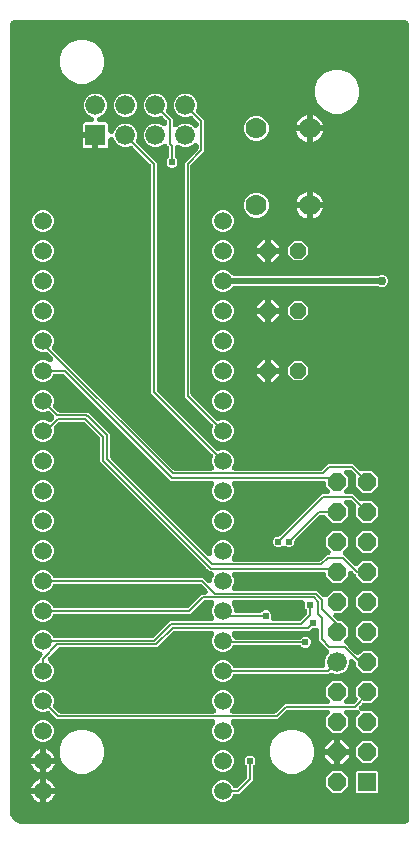
<source format=gbl>
G04 EAGLE Gerber RS-274X export*
G75*
%MOMM*%
%FSLAX34Y34*%
%LPD*%
%INbottom_metal*%
%IPPOS*%
%AMOC8*
5,1,8,0,0,1.08239X$1,22.5*%
G01*
%ADD10C,1.508000*%
%ADD11R,1.676400X1.676400*%
%ADD12C,1.676400*%
%ADD13R,1.524000X1.524000*%
%ADD14P,1.649562X8X112.500000*%
%ADD15P,1.429621X8X202.500000*%
%ADD16C,1.778000*%
%ADD17C,0.508000*%
%ADD18C,0.606400*%
%ADD19C,0.756400*%
%ADD20C,0.152400*%

G36*
X336560Y2542D02*
X336560Y2542D01*
X336570Y2541D01*
X336881Y2562D01*
X337210Y2606D01*
X337324Y2631D01*
X337440Y2647D01*
X337543Y2680D01*
X337650Y2704D01*
X337757Y2749D01*
X337869Y2785D01*
X338007Y2854D01*
X338065Y2878D01*
X338095Y2898D01*
X338148Y2924D01*
X338718Y3253D01*
X338765Y3286D01*
X338816Y3313D01*
X338949Y3415D01*
X339086Y3512D01*
X339127Y3553D01*
X339172Y3588D01*
X339285Y3712D01*
X339403Y3831D01*
X339436Y3879D01*
X339475Y3922D01*
X339647Y4182D01*
X339976Y4752D01*
X340025Y4858D01*
X340083Y4959D01*
X340120Y5061D01*
X340165Y5160D01*
X340195Y5273D01*
X340234Y5383D01*
X340264Y5535D01*
X340280Y5595D01*
X340283Y5631D01*
X340294Y5690D01*
X340338Y6019D01*
X340338Y6028D01*
X340340Y6038D01*
X340359Y6350D01*
X340359Y679450D01*
X340358Y679460D01*
X340359Y679470D01*
X340338Y679781D01*
X340294Y680110D01*
X340269Y680224D01*
X340253Y680340D01*
X340220Y680443D01*
X340196Y680550D01*
X340151Y680657D01*
X340115Y680769D01*
X340046Y680907D01*
X340022Y680965D01*
X340002Y680995D01*
X339976Y681048D01*
X339647Y681618D01*
X339614Y681665D01*
X339587Y681716D01*
X339485Y681849D01*
X339388Y681986D01*
X339347Y682027D01*
X339312Y682072D01*
X339188Y682185D01*
X339069Y682303D01*
X339021Y682336D01*
X338978Y682375D01*
X338718Y682547D01*
X338148Y682876D01*
X338042Y682925D01*
X337941Y682983D01*
X337839Y683020D01*
X337740Y683065D01*
X337627Y683095D01*
X337517Y683134D01*
X337365Y683164D01*
X337304Y683180D01*
X337268Y683183D01*
X337210Y683194D01*
X336882Y683238D01*
X336872Y683238D01*
X336862Y683240D01*
X336550Y683259D01*
X6350Y683259D01*
X6340Y683258D01*
X6330Y683259D01*
X6018Y683238D01*
X5690Y683194D01*
X5576Y683169D01*
X5460Y683153D01*
X5357Y683120D01*
X5250Y683096D01*
X5143Y683051D01*
X5031Y683015D01*
X4893Y682946D01*
X4835Y682922D01*
X4805Y682902D01*
X4752Y682876D01*
X4182Y682547D01*
X4135Y682514D01*
X4084Y682487D01*
X3951Y682385D01*
X3814Y682288D01*
X3773Y682247D01*
X3728Y682212D01*
X3615Y682088D01*
X3497Y681969D01*
X3464Y681921D01*
X3425Y681878D01*
X3253Y681618D01*
X2924Y681048D01*
X2875Y680942D01*
X2817Y680841D01*
X2780Y680739D01*
X2735Y680640D01*
X2705Y680527D01*
X2666Y680417D01*
X2636Y680265D01*
X2620Y680204D01*
X2617Y680168D01*
X2606Y680110D01*
X2562Y679782D01*
X2562Y679772D01*
X2560Y679762D01*
X2541Y679450D01*
X2541Y12700D01*
X2544Y12663D01*
X2542Y12629D01*
X2549Y12572D01*
X2553Y12451D01*
X2699Y10965D01*
X2740Y10750D01*
X2779Y10537D01*
X2782Y10528D01*
X2783Y10522D01*
X2793Y10496D01*
X2880Y10242D01*
X4018Y7495D01*
X4072Y7391D01*
X4117Y7283D01*
X4176Y7192D01*
X4227Y7096D01*
X4298Y7003D01*
X4362Y6905D01*
X4464Y6789D01*
X4502Y6740D01*
X4529Y6716D01*
X4569Y6671D01*
X6671Y4569D01*
X6761Y4494D01*
X6844Y4411D01*
X6933Y4350D01*
X7016Y4280D01*
X7118Y4222D01*
X7214Y4155D01*
X7353Y4088D01*
X7407Y4056D01*
X7441Y4044D01*
X7495Y4018D01*
X10242Y2880D01*
X10452Y2814D01*
X10656Y2749D01*
X10665Y2748D01*
X10671Y2746D01*
X10699Y2742D01*
X10965Y2699D01*
X12451Y2553D01*
X12511Y2552D01*
X12700Y2541D01*
X336550Y2541D01*
X336560Y2542D01*
G37*
%LPC*%
G36*
X28677Y123015D02*
X28677Y123015D01*
X25345Y124395D01*
X22795Y126945D01*
X21415Y130277D01*
X21415Y133883D01*
X22795Y137215D01*
X25345Y139765D01*
X26626Y140295D01*
X26814Y140393D01*
X27003Y140490D01*
X27013Y140497D01*
X27025Y140504D01*
X27193Y140634D01*
X27361Y140762D01*
X27370Y140771D01*
X27381Y140779D01*
X27522Y140936D01*
X27667Y141093D01*
X27674Y141104D01*
X27682Y141114D01*
X27794Y141292D01*
X27908Y141472D01*
X27913Y141485D01*
X27920Y141496D01*
X27999Y141693D01*
X28079Y141889D01*
X28082Y141902D01*
X28087Y141914D01*
X28130Y142122D01*
X28174Y142329D01*
X28175Y142345D01*
X28177Y142355D01*
X28178Y142395D01*
X28193Y142641D01*
X28193Y143187D01*
X29345Y144338D01*
X29397Y144401D01*
X29457Y144458D01*
X29542Y144574D01*
X29633Y144684D01*
X29674Y144755D01*
X29723Y144822D01*
X29786Y144950D01*
X29857Y145075D01*
X29884Y145152D01*
X29921Y145226D01*
X29960Y145364D01*
X30008Y145499D01*
X30021Y145580D01*
X30044Y145660D01*
X30058Y145802D01*
X30081Y145943D01*
X30080Y146025D01*
X30088Y146108D01*
X30077Y146250D01*
X30075Y146393D01*
X30059Y146474D01*
X30053Y146557D01*
X30017Y146695D01*
X29989Y146836D01*
X29960Y146912D01*
X29939Y146992D01*
X29879Y147122D01*
X29827Y147256D01*
X29784Y147326D01*
X29750Y147401D01*
X29668Y147518D01*
X29593Y147640D01*
X29539Y147702D01*
X29491Y147770D01*
X29390Y147870D01*
X29295Y147978D01*
X29230Y148029D01*
X29172Y148087D01*
X29054Y148168D01*
X28942Y148257D01*
X28869Y148296D01*
X28802Y148343D01*
X28580Y148451D01*
X28545Y148470D01*
X28535Y148473D01*
X28521Y148480D01*
X25345Y149795D01*
X22795Y152345D01*
X21415Y155677D01*
X21415Y159283D01*
X22795Y162615D01*
X25345Y165165D01*
X28677Y166545D01*
X32283Y166545D01*
X35615Y165165D01*
X38165Y162615D01*
X38695Y161334D01*
X38793Y161146D01*
X38890Y160957D01*
X38897Y160947D01*
X38904Y160935D01*
X39034Y160767D01*
X39162Y160599D01*
X39171Y160590D01*
X39179Y160579D01*
X39336Y160438D01*
X39493Y160293D01*
X39504Y160286D01*
X39514Y160278D01*
X39692Y160166D01*
X39872Y160052D01*
X39885Y160047D01*
X39896Y160040D01*
X40093Y159961D01*
X40289Y159881D01*
X40302Y159878D01*
X40314Y159873D01*
X40522Y159830D01*
X40729Y159786D01*
X40745Y159785D01*
X40755Y159783D01*
X40795Y159782D01*
X41041Y159767D01*
X122461Y159767D01*
X122625Y159781D01*
X122789Y159788D01*
X122849Y159801D01*
X122910Y159807D01*
X123068Y159850D01*
X123229Y159886D01*
X123285Y159909D01*
X123344Y159925D01*
X123492Y159996D01*
X123644Y160059D01*
X123696Y160092D01*
X123751Y160119D01*
X123884Y160214D01*
X124022Y160304D01*
X124080Y160355D01*
X124117Y160381D01*
X124159Y160424D01*
X124257Y160510D01*
X137737Y173991D01*
X172950Y173991D01*
X173032Y173998D01*
X173115Y173996D01*
X173256Y174018D01*
X173399Y174031D01*
X173478Y174052D01*
X173560Y174065D01*
X173695Y174111D01*
X173833Y174149D01*
X173907Y174185D01*
X173985Y174211D01*
X174111Y174281D01*
X174240Y174343D01*
X174307Y174390D01*
X174379Y174431D01*
X174489Y174521D01*
X174606Y174605D01*
X174663Y174664D01*
X174727Y174716D01*
X174820Y174825D01*
X174920Y174927D01*
X174966Y174996D01*
X175019Y175058D01*
X175092Y175182D01*
X175172Y175300D01*
X175205Y175376D01*
X175247Y175447D01*
X175296Y175581D01*
X175354Y175712D01*
X175374Y175792D01*
X175402Y175870D01*
X175427Y176011D01*
X175461Y176150D01*
X175466Y176232D01*
X175480Y176313D01*
X175480Y176456D01*
X175489Y176599D01*
X175479Y176681D01*
X175479Y176763D01*
X175453Y176904D01*
X175436Y177046D01*
X175413Y177125D01*
X175398Y177206D01*
X175318Y177440D01*
X175306Y177477D01*
X175301Y177487D01*
X175296Y177502D01*
X173815Y181077D01*
X173815Y184683D01*
X175294Y188252D01*
X175295Y188254D01*
X175334Y188341D01*
X175381Y188424D01*
X175425Y188547D01*
X175477Y188666D01*
X175500Y188759D01*
X175532Y188848D01*
X175553Y188977D01*
X175584Y189104D01*
X175590Y189198D01*
X175605Y189292D01*
X175604Y189423D01*
X175612Y189553D01*
X175601Y189647D01*
X175600Y189742D01*
X175575Y189870D01*
X175560Y190000D01*
X175532Y190091D01*
X175514Y190184D01*
X175467Y190306D01*
X175429Y190431D01*
X175386Y190516D01*
X175352Y190604D01*
X175284Y190716D01*
X175225Y190833D01*
X175168Y190908D01*
X175118Y190989D01*
X175032Y191087D01*
X174953Y191191D01*
X174883Y191256D01*
X174820Y191327D01*
X174718Y191408D01*
X174622Y191497D01*
X174542Y191547D01*
X174468Y191606D01*
X174352Y191668D01*
X174242Y191738D01*
X174154Y191774D01*
X174071Y191819D01*
X173946Y191860D01*
X173826Y191909D01*
X173733Y191929D01*
X173643Y191959D01*
X173513Y191977D01*
X173385Y192004D01*
X173257Y192012D01*
X173197Y192020D01*
X173151Y192018D01*
X173074Y192023D01*
X167930Y192023D01*
X167767Y192009D01*
X167602Y192002D01*
X167543Y191989D01*
X167482Y191983D01*
X167323Y191940D01*
X167163Y191904D01*
X167106Y191881D01*
X167047Y191865D01*
X166899Y191794D01*
X166747Y191731D01*
X166696Y191698D01*
X166641Y191671D01*
X166507Y191576D01*
X166369Y191486D01*
X166311Y191435D01*
X166275Y191409D01*
X166232Y191366D01*
X166135Y191280D01*
X155448Y180593D01*
X41041Y180593D01*
X40830Y180574D01*
X40619Y180558D01*
X40606Y180555D01*
X40593Y180553D01*
X40387Y180497D01*
X40183Y180444D01*
X40171Y180438D01*
X40158Y180435D01*
X39968Y180344D01*
X39774Y180255D01*
X39763Y180247D01*
X39752Y180241D01*
X39580Y180119D01*
X39406Y179996D01*
X39396Y179987D01*
X39385Y179979D01*
X39237Y179827D01*
X39088Y179677D01*
X39081Y179666D01*
X39071Y179657D01*
X38953Y179481D01*
X38832Y179307D01*
X38825Y179292D01*
X38819Y179284D01*
X38803Y179248D01*
X38695Y179026D01*
X38165Y177745D01*
X35615Y175195D01*
X32283Y173815D01*
X28677Y173815D01*
X25345Y175195D01*
X22795Y177745D01*
X21415Y181077D01*
X21415Y184683D01*
X22795Y188015D01*
X25345Y190565D01*
X28677Y191945D01*
X32283Y191945D01*
X35615Y190565D01*
X38165Y188015D01*
X38695Y186734D01*
X38793Y186546D01*
X38890Y186357D01*
X38897Y186347D01*
X38904Y186335D01*
X39034Y186167D01*
X39162Y185999D01*
X39171Y185990D01*
X39179Y185979D01*
X39336Y185838D01*
X39493Y185693D01*
X39504Y185686D01*
X39514Y185678D01*
X39692Y185566D01*
X39872Y185452D01*
X39885Y185447D01*
X39896Y185440D01*
X40093Y185361D01*
X40289Y185281D01*
X40302Y185278D01*
X40314Y185273D01*
X40522Y185230D01*
X40729Y185186D01*
X40745Y185185D01*
X40755Y185183D01*
X40795Y185182D01*
X41041Y185167D01*
X152502Y185167D01*
X152666Y185181D01*
X152830Y185188D01*
X152890Y185201D01*
X152951Y185207D01*
X153110Y185250D01*
X153270Y185286D01*
X153326Y185309D01*
X153385Y185325D01*
X153533Y185396D01*
X153685Y185459D01*
X153737Y185492D01*
X153792Y185519D01*
X153925Y185614D01*
X154064Y185704D01*
X154121Y185755D01*
X154158Y185781D01*
X154200Y185824D01*
X154298Y185910D01*
X164984Y196597D01*
X167419Y196597D01*
X167549Y196608D01*
X167679Y196610D01*
X167772Y196628D01*
X167868Y196637D01*
X167993Y196671D01*
X168121Y196696D01*
X168210Y196730D01*
X168302Y196755D01*
X168419Y196811D01*
X168541Y196858D01*
X168622Y196908D01*
X168709Y196949D01*
X168814Y197024D01*
X168925Y197092D01*
X168997Y197155D01*
X169075Y197211D01*
X169165Y197304D01*
X169263Y197390D01*
X169322Y197465D01*
X169389Y197533D01*
X169462Y197641D01*
X169542Y197743D01*
X169587Y197827D01*
X169641Y197906D01*
X169693Y198025D01*
X169755Y198140D01*
X169784Y198231D01*
X169823Y198318D01*
X169854Y198445D01*
X169894Y198568D01*
X169907Y198663D01*
X169930Y198756D01*
X169938Y198885D01*
X169955Y199014D01*
X169952Y199110D01*
X169957Y199205D01*
X169942Y199334D01*
X169937Y199464D01*
X169916Y199557D01*
X169905Y199652D01*
X169868Y199777D01*
X169839Y199904D01*
X169803Y199992D01*
X169775Y200083D01*
X169716Y200199D01*
X169666Y200319D01*
X169614Y200399D01*
X169571Y200485D01*
X169492Y200588D01*
X169422Y200697D01*
X169335Y200795D01*
X169299Y200843D01*
X169266Y200874D01*
X169215Y200932D01*
X164897Y205250D01*
X164770Y205355D01*
X164649Y205467D01*
X164598Y205499D01*
X164551Y205538D01*
X164408Y205620D01*
X164270Y205708D01*
X164213Y205732D01*
X164160Y205762D01*
X164005Y205817D01*
X163853Y205879D01*
X163793Y205892D01*
X163736Y205913D01*
X163574Y205939D01*
X163413Y205974D01*
X163336Y205979D01*
X163292Y205986D01*
X163231Y205985D01*
X163101Y205993D01*
X41041Y205993D01*
X40830Y205974D01*
X40619Y205958D01*
X40606Y205955D01*
X40593Y205953D01*
X40387Y205897D01*
X40183Y205844D01*
X40171Y205838D01*
X40158Y205835D01*
X39968Y205744D01*
X39774Y205655D01*
X39763Y205647D01*
X39752Y205641D01*
X39580Y205519D01*
X39406Y205396D01*
X39396Y205387D01*
X39385Y205379D01*
X39237Y205227D01*
X39088Y205077D01*
X39081Y205066D01*
X39071Y205057D01*
X38953Y204881D01*
X38832Y204707D01*
X38825Y204692D01*
X38819Y204684D01*
X38803Y204648D01*
X38695Y204426D01*
X38165Y203145D01*
X35615Y200595D01*
X32283Y199215D01*
X28677Y199215D01*
X25345Y200595D01*
X22795Y203145D01*
X21415Y206477D01*
X21415Y210083D01*
X22795Y213415D01*
X25345Y215965D01*
X28677Y217345D01*
X32283Y217345D01*
X35615Y215965D01*
X38165Y213415D01*
X38695Y212134D01*
X38793Y211946D01*
X38890Y211757D01*
X38897Y211747D01*
X38904Y211735D01*
X39034Y211567D01*
X39162Y211399D01*
X39171Y211390D01*
X39179Y211379D01*
X39336Y211238D01*
X39493Y211093D01*
X39504Y211086D01*
X39514Y211078D01*
X39692Y210966D01*
X39872Y210852D01*
X39885Y210847D01*
X39896Y210840D01*
X40093Y210761D01*
X40289Y210681D01*
X40302Y210678D01*
X40314Y210673D01*
X40522Y210630D01*
X40729Y210586D01*
X40745Y210585D01*
X40755Y210583D01*
X40795Y210582D01*
X41041Y210567D01*
X166047Y210567D01*
X169480Y207133D01*
X169580Y207050D01*
X169673Y206959D01*
X169753Y206906D01*
X169826Y206845D01*
X169939Y206780D01*
X170046Y206707D01*
X170134Y206669D01*
X170217Y206621D01*
X170339Y206578D01*
X170458Y206525D01*
X170551Y206502D01*
X170641Y206470D01*
X170769Y206449D01*
X170896Y206418D01*
X170991Y206412D01*
X171085Y206397D01*
X171215Y206399D01*
X171345Y206391D01*
X171440Y206402D01*
X171536Y206403D01*
X171663Y206428D01*
X171792Y206443D01*
X171884Y206470D01*
X171978Y206489D01*
X172099Y206535D01*
X172223Y206573D01*
X172309Y206616D01*
X172398Y206651D01*
X172509Y206718D01*
X172625Y206777D01*
X172701Y206835D01*
X172782Y206885D01*
X172880Y206971D01*
X172983Y207049D01*
X173048Y207120D01*
X173120Y207183D01*
X173200Y207285D01*
X173289Y207380D01*
X173340Y207461D01*
X173399Y207536D01*
X173460Y207651D01*
X173530Y207760D01*
X173567Y207849D01*
X173612Y207933D01*
X173652Y208057D01*
X173701Y208177D01*
X173721Y208270D01*
X173751Y208361D01*
X173769Y208490D01*
X173796Y208617D01*
X173804Y208747D01*
X173812Y208807D01*
X173811Y208852D01*
X173815Y208929D01*
X173815Y210083D01*
X174947Y212816D01*
X174972Y212895D01*
X175005Y212970D01*
X175039Y213109D01*
X175082Y213246D01*
X175093Y213328D01*
X175112Y213408D01*
X175121Y213550D01*
X175139Y213693D01*
X175135Y213775D01*
X175140Y213857D01*
X175123Y213999D01*
X175116Y214142D01*
X175097Y214222D01*
X175088Y214304D01*
X175046Y214442D01*
X175014Y214581D01*
X174981Y214656D01*
X174957Y214735D01*
X174892Y214863D01*
X174836Y214994D01*
X174790Y215063D01*
X174753Y215137D01*
X174666Y215251D01*
X174588Y215370D01*
X174531Y215430D01*
X174481Y215495D01*
X174376Y215592D01*
X174277Y215696D01*
X174211Y215745D01*
X174150Y215801D01*
X174029Y215877D01*
X173914Y215962D01*
X173840Y215998D01*
X173770Y216042D01*
X173638Y216097D01*
X173509Y216160D01*
X173430Y216182D01*
X173354Y216213D01*
X173214Y216243D01*
X173076Y216283D01*
X172994Y216291D01*
X172913Y216308D01*
X172667Y216323D01*
X172628Y216327D01*
X172617Y216326D01*
X172601Y216327D01*
X171599Y216327D01*
X169516Y218410D01*
X169516Y218411D01*
X81077Y306850D01*
X81076Y306850D01*
X78993Y308933D01*
X78993Y328201D01*
X78979Y328365D01*
X78972Y328529D01*
X78959Y328589D01*
X78953Y328650D01*
X78910Y328808D01*
X78874Y328969D01*
X78851Y329025D01*
X78835Y329084D01*
X78764Y329232D01*
X78701Y329384D01*
X78668Y329436D01*
X78641Y329491D01*
X78546Y329624D01*
X78456Y329762D01*
X78405Y329820D01*
X78379Y329857D01*
X78336Y329899D01*
X78250Y329997D01*
X65837Y342410D01*
X65710Y342515D01*
X65589Y342627D01*
X65538Y342659D01*
X65491Y342698D01*
X65348Y342780D01*
X65210Y342868D01*
X65153Y342892D01*
X65100Y342922D01*
X64945Y342977D01*
X64793Y343039D01*
X64733Y343052D01*
X64676Y343073D01*
X64514Y343099D01*
X64353Y343134D01*
X64276Y343139D01*
X64232Y343146D01*
X64171Y343145D01*
X64041Y343153D01*
X45179Y343153D01*
X45015Y343139D01*
X44851Y343132D01*
X44791Y343119D01*
X44730Y343113D01*
X44572Y343070D01*
X44411Y343034D01*
X44355Y343011D01*
X44296Y342995D01*
X44148Y342924D01*
X43996Y342861D01*
X43944Y342828D01*
X43889Y342801D01*
X43756Y342706D01*
X43618Y342616D01*
X43560Y342565D01*
X43523Y342539D01*
X43481Y342496D01*
X43383Y342410D01*
X40288Y339315D01*
X40183Y339188D01*
X40071Y339067D01*
X40039Y339016D01*
X40000Y338969D01*
X39918Y338826D01*
X39830Y338688D01*
X39806Y338631D01*
X39776Y338578D01*
X39721Y338423D01*
X39659Y338271D01*
X39646Y338211D01*
X39625Y338154D01*
X39599Y337992D01*
X39564Y337831D01*
X39559Y337754D01*
X39552Y337710D01*
X39553Y337649D01*
X39545Y337519D01*
X39545Y333477D01*
X38165Y330145D01*
X35615Y327595D01*
X32283Y326215D01*
X28677Y326215D01*
X25345Y327595D01*
X22795Y330145D01*
X21415Y333477D01*
X21415Y337083D01*
X22795Y340415D01*
X25345Y342965D01*
X28677Y344345D01*
X32283Y344345D01*
X35360Y343070D01*
X35564Y343006D01*
X35764Y342941D01*
X35777Y342940D01*
X35789Y342936D01*
X36001Y342909D01*
X36210Y342880D01*
X36223Y342881D01*
X36236Y342879D01*
X36447Y342890D01*
X36660Y342898D01*
X36673Y342901D01*
X36686Y342902D01*
X36891Y342950D01*
X37099Y342996D01*
X37111Y343001D01*
X37124Y343004D01*
X37318Y343088D01*
X37515Y343170D01*
X37526Y343177D01*
X37538Y343182D01*
X37714Y343299D01*
X37893Y343414D01*
X37905Y343424D01*
X37913Y343430D01*
X37942Y343457D01*
X38127Y343621D01*
X39421Y344914D01*
X39443Y344941D01*
X39469Y344964D01*
X39587Y345113D01*
X39709Y345260D01*
X39727Y345290D01*
X39748Y345317D01*
X39838Y345485D01*
X39933Y345651D01*
X39944Y345683D01*
X39961Y345714D01*
X40020Y345895D01*
X40084Y346075D01*
X40089Y346109D01*
X40100Y346142D01*
X40126Y346331D01*
X40157Y346519D01*
X40157Y346554D01*
X40161Y346588D01*
X40154Y346779D01*
X40151Y346970D01*
X40144Y347004D01*
X40143Y347038D01*
X40102Y347224D01*
X40065Y347412D01*
X40053Y347444D01*
X40045Y347478D01*
X39972Y347653D01*
X39903Y347832D01*
X39885Y347861D01*
X39872Y347893D01*
X39768Y348053D01*
X39669Y348216D01*
X39646Y348242D01*
X39628Y348271D01*
X39421Y348505D01*
X36331Y351595D01*
X36169Y351731D01*
X36007Y351869D01*
X35996Y351876D01*
X35985Y351884D01*
X35802Y351989D01*
X35618Y352096D01*
X35606Y352101D01*
X35595Y352108D01*
X35394Y352179D01*
X35196Y352252D01*
X35183Y352254D01*
X35170Y352258D01*
X34961Y352293D01*
X34752Y352330D01*
X34739Y352330D01*
X34726Y352332D01*
X34514Y352329D01*
X34302Y352328D01*
X34289Y352326D01*
X34276Y352326D01*
X34066Y352285D01*
X33859Y352247D01*
X33844Y352242D01*
X33834Y352240D01*
X33797Y352226D01*
X33564Y352146D01*
X32283Y351615D01*
X28677Y351615D01*
X25345Y352995D01*
X22795Y355545D01*
X21415Y358877D01*
X21415Y362483D01*
X22795Y365815D01*
X25345Y368365D01*
X28677Y369745D01*
X32283Y369745D01*
X35615Y368365D01*
X38165Y365815D01*
X39545Y362483D01*
X39545Y358877D01*
X39014Y357596D01*
X38951Y357394D01*
X38885Y357192D01*
X38884Y357179D01*
X38880Y357167D01*
X38853Y356957D01*
X38824Y356746D01*
X38824Y356733D01*
X38823Y356720D01*
X38834Y356508D01*
X38842Y356297D01*
X38845Y356284D01*
X38846Y356270D01*
X38894Y356063D01*
X38940Y355857D01*
X38945Y355845D01*
X38948Y355832D01*
X39032Y355636D01*
X39114Y355442D01*
X39121Y355430D01*
X39126Y355418D01*
X39243Y355241D01*
X39358Y355063D01*
X39368Y355051D01*
X39374Y355043D01*
X39401Y355014D01*
X39565Y354829D01*
X42875Y351518D01*
X43002Y351413D01*
X43123Y351301D01*
X43174Y351269D01*
X43221Y351230D01*
X43364Y351148D01*
X43502Y351060D01*
X43559Y351036D01*
X43612Y351006D01*
X43767Y350951D01*
X43919Y350889D01*
X43979Y350876D01*
X44036Y350855D01*
X44198Y350829D01*
X44359Y350794D01*
X44436Y350789D01*
X44480Y350782D01*
X44541Y350783D01*
X44671Y350775D01*
X68291Y350775D01*
X68313Y350761D01*
X68359Y350722D01*
X68502Y350640D01*
X68641Y350552D01*
X68697Y350528D01*
X68750Y350498D01*
X68905Y350443D01*
X69057Y350381D01*
X69117Y350368D01*
X69175Y350347D01*
X69337Y350321D01*
X69498Y350286D01*
X69509Y350285D01*
X87377Y332417D01*
X87377Y313149D01*
X87391Y312985D01*
X87398Y312821D01*
X87411Y312761D01*
X87417Y312700D01*
X87460Y312542D01*
X87496Y312381D01*
X87519Y312325D01*
X87535Y312266D01*
X87606Y312118D01*
X87669Y311966D01*
X87702Y311914D01*
X87729Y311859D01*
X87824Y311726D01*
X87914Y311588D01*
X87965Y311530D01*
X87991Y311493D01*
X88034Y311451D01*
X88120Y311353D01*
X169480Y229993D01*
X169580Y229910D01*
X169673Y229819D01*
X169753Y229766D01*
X169826Y229704D01*
X169939Y229640D01*
X170046Y229567D01*
X170134Y229529D01*
X170217Y229481D01*
X170339Y229438D01*
X170458Y229385D01*
X170551Y229362D01*
X170641Y229330D01*
X170770Y229309D01*
X170896Y229278D01*
X170991Y229272D01*
X171085Y229257D01*
X171216Y229259D01*
X171345Y229251D01*
X171440Y229262D01*
X171536Y229263D01*
X171663Y229288D01*
X171792Y229303D01*
X171884Y229330D01*
X171978Y229349D01*
X172099Y229395D01*
X172223Y229433D01*
X172308Y229476D01*
X172398Y229511D01*
X172509Y229578D01*
X172625Y229637D01*
X172701Y229695D01*
X172782Y229745D01*
X172880Y229831D01*
X172983Y229909D01*
X173048Y229980D01*
X173120Y230043D01*
X173200Y230145D01*
X173289Y230240D01*
X173340Y230321D01*
X173399Y230396D01*
X173460Y230510D01*
X173530Y230620D01*
X173567Y230709D01*
X173612Y230793D01*
X173652Y230917D01*
X173701Y231037D01*
X173721Y231130D01*
X173751Y231221D01*
X173769Y231350D01*
X173796Y231477D01*
X173804Y231607D01*
X173812Y231667D01*
X173811Y231712D01*
X173815Y231789D01*
X173815Y235483D01*
X175195Y238815D01*
X177745Y241365D01*
X181077Y242745D01*
X184683Y242745D01*
X188015Y241365D01*
X190565Y238815D01*
X191945Y235483D01*
X191945Y231877D01*
X190466Y228308D01*
X190465Y228306D01*
X190426Y228219D01*
X190379Y228136D01*
X190335Y228013D01*
X190283Y227894D01*
X190260Y227801D01*
X190228Y227712D01*
X190207Y227583D01*
X190176Y227456D01*
X190170Y227362D01*
X190155Y227268D01*
X190156Y227137D01*
X190148Y227007D01*
X190159Y226913D01*
X190160Y226818D01*
X190185Y226690D01*
X190200Y226560D01*
X190228Y226469D01*
X190246Y226376D01*
X190293Y226254D01*
X190331Y226129D01*
X190374Y226044D01*
X190408Y225956D01*
X190476Y225844D01*
X190535Y225727D01*
X190592Y225652D01*
X190642Y225571D01*
X190728Y225473D01*
X190807Y225369D01*
X190877Y225304D01*
X190940Y225233D01*
X191042Y225152D01*
X191138Y225063D01*
X191218Y225013D01*
X191292Y224954D01*
X191408Y224892D01*
X191518Y224822D01*
X191606Y224786D01*
X191689Y224741D01*
X191814Y224700D01*
X191934Y224651D01*
X192027Y224631D01*
X192117Y224601D01*
X192247Y224583D01*
X192375Y224556D01*
X192503Y224548D01*
X192563Y224540D01*
X192609Y224542D01*
X192686Y224537D01*
X264193Y224537D01*
X264357Y224551D01*
X264521Y224558D01*
X264581Y224571D01*
X264642Y224577D01*
X264800Y224620D01*
X264961Y224656D01*
X265017Y224679D01*
X265076Y224695D01*
X265224Y224766D01*
X265376Y224829D01*
X265428Y224862D01*
X265483Y224889D01*
X265616Y224984D01*
X265754Y225074D01*
X265812Y225125D01*
X265849Y225151D01*
X265891Y225194D01*
X265989Y225280D01*
X270833Y230125D01*
X271512Y230125D01*
X271642Y230136D01*
X271772Y230138D01*
X271866Y230156D01*
X271961Y230165D01*
X272086Y230199D01*
X272214Y230224D01*
X272303Y230258D01*
X272395Y230283D01*
X272512Y230339D01*
X272634Y230386D01*
X272716Y230436D01*
X272802Y230477D01*
X272907Y230552D01*
X273019Y230620D01*
X273090Y230683D01*
X273168Y230739D01*
X273259Y230832D01*
X273356Y230918D01*
X273415Y230993D01*
X273482Y231061D01*
X273555Y231169D01*
X273635Y231271D01*
X273681Y231355D01*
X273734Y231434D01*
X273787Y231553D01*
X273848Y231668D01*
X273878Y231759D01*
X273916Y231846D01*
X273947Y231973D01*
X273987Y232096D01*
X274000Y232191D01*
X274023Y232284D01*
X274031Y232413D01*
X274049Y232542D01*
X274045Y232638D01*
X274051Y232733D01*
X274036Y232862D01*
X274030Y232992D01*
X274010Y233085D01*
X273999Y233180D01*
X273961Y233305D01*
X273933Y233432D01*
X273896Y233520D01*
X273868Y233611D01*
X273809Y233727D01*
X273759Y233847D01*
X273707Y233927D01*
X273664Y234013D01*
X273585Y234116D01*
X273515Y234225D01*
X273429Y234323D01*
X273392Y234371D01*
X273359Y234402D01*
X273308Y234460D01*
X270255Y237512D01*
X270255Y245088D01*
X275612Y250445D01*
X283188Y250445D01*
X288545Y245088D01*
X288545Y237512D01*
X285003Y233971D01*
X284981Y233944D01*
X284955Y233921D01*
X284836Y233771D01*
X284714Y233625D01*
X284697Y233595D01*
X284675Y233568D01*
X284585Y233400D01*
X284491Y233234D01*
X284479Y233201D01*
X284463Y233171D01*
X284404Y232990D01*
X284340Y232810D01*
X284334Y232776D01*
X284324Y232743D01*
X284298Y232554D01*
X284267Y232366D01*
X284267Y232331D01*
X284262Y232297D01*
X284270Y232106D01*
X284273Y231915D01*
X284279Y231881D01*
X284281Y231847D01*
X284322Y231661D01*
X284358Y231473D01*
X284371Y231441D01*
X284378Y231407D01*
X284452Y231231D01*
X284520Y231053D01*
X284538Y231024D01*
X284552Y230992D01*
X284655Y230832D01*
X284754Y230669D01*
X284777Y230643D01*
X284796Y230614D01*
X285003Y230379D01*
X287341Y228042D01*
X287341Y228041D01*
X293879Y221503D01*
X293906Y221481D01*
X293929Y221455D01*
X294079Y221337D01*
X294225Y221214D01*
X294255Y221197D01*
X294282Y221176D01*
X294450Y221085D01*
X294616Y220991D01*
X294648Y220979D01*
X294679Y220963D01*
X294860Y220904D01*
X295040Y220840D01*
X295074Y220834D01*
X295107Y220824D01*
X295296Y220798D01*
X295484Y220767D01*
X295519Y220767D01*
X295553Y220762D01*
X295744Y220770D01*
X295934Y220773D01*
X295969Y220779D01*
X296003Y220781D01*
X296189Y220822D01*
X296377Y220858D01*
X296409Y220871D01*
X296443Y220878D01*
X296618Y220952D01*
X296797Y221020D01*
X296826Y221039D01*
X296858Y221052D01*
X297018Y221155D01*
X297181Y221254D01*
X297207Y221277D01*
X297236Y221296D01*
X297471Y221503D01*
X301012Y225045D01*
X308588Y225045D01*
X313945Y219688D01*
X313945Y212112D01*
X308588Y206755D01*
X301012Y206755D01*
X295655Y212112D01*
X295655Y212208D01*
X295641Y212371D01*
X295634Y212536D01*
X295621Y212595D01*
X295615Y212656D01*
X295572Y212815D01*
X295536Y212975D01*
X295513Y213032D01*
X295497Y213091D01*
X295426Y213239D01*
X295363Y213391D01*
X295330Y213442D01*
X295303Y213497D01*
X295208Y213630D01*
X295119Y213769D01*
X295067Y213827D01*
X295041Y213863D01*
X294998Y213906D01*
X294912Y214003D01*
X292880Y216035D01*
X292780Y216119D01*
X292687Y216209D01*
X292607Y216263D01*
X292534Y216324D01*
X292421Y216389D01*
X292314Y216461D01*
X292226Y216500D01*
X292143Y216548D01*
X292021Y216591D01*
X291902Y216644D01*
X291809Y216666D01*
X291719Y216698D01*
X291591Y216720D01*
X291464Y216750D01*
X291369Y216756D01*
X291275Y216772D01*
X291145Y216770D01*
X291015Y216778D01*
X290920Y216767D01*
X290824Y216766D01*
X290697Y216741D01*
X290568Y216726D01*
X290476Y216698D01*
X290382Y216680D01*
X290261Y216633D01*
X290137Y216596D01*
X290051Y216552D01*
X289962Y216518D01*
X289851Y216450D01*
X289735Y216391D01*
X289659Y216334D01*
X289578Y216284D01*
X289480Y216198D01*
X289377Y216119D01*
X289312Y216049D01*
X289240Y215986D01*
X289160Y215884D01*
X289071Y215788D01*
X289020Y215708D01*
X288961Y215633D01*
X288899Y215518D01*
X288830Y215408D01*
X288793Y215320D01*
X288748Y215236D01*
X288708Y215112D01*
X288659Y214992D01*
X288639Y214898D01*
X288609Y214808D01*
X288591Y214679D01*
X288564Y214552D01*
X288556Y214422D01*
X288548Y214362D01*
X288549Y214317D01*
X288545Y214240D01*
X288545Y212112D01*
X283188Y206755D01*
X275612Y206755D01*
X270255Y212112D01*
X270255Y213614D01*
X270252Y213649D01*
X270254Y213683D01*
X270232Y213872D01*
X270215Y214063D01*
X270206Y214096D01*
X270202Y214130D01*
X270147Y214313D01*
X270097Y214497D01*
X270082Y214528D01*
X270072Y214561D01*
X269985Y214732D01*
X269903Y214904D01*
X269883Y214932D01*
X269868Y214963D01*
X269752Y215115D01*
X269641Y215270D01*
X269616Y215294D01*
X269596Y215321D01*
X269456Y215450D01*
X269319Y215584D01*
X269290Y215603D01*
X269264Y215627D01*
X269103Y215729D01*
X268946Y215836D01*
X268914Y215850D01*
X268885Y215868D01*
X268708Y215941D01*
X268534Y216018D01*
X268500Y216026D01*
X268468Y216039D01*
X268281Y216079D01*
X268096Y216125D01*
X268062Y216127D01*
X268028Y216134D01*
X267716Y216153D01*
X193231Y216153D01*
X193148Y216146D01*
X193066Y216148D01*
X192925Y216126D01*
X192782Y216113D01*
X192702Y216092D01*
X192621Y216079D01*
X192486Y216033D01*
X192348Y215995D01*
X192273Y215959D01*
X192195Y215933D01*
X192070Y215863D01*
X191941Y215801D01*
X191874Y215754D01*
X191802Y215713D01*
X191691Y215623D01*
X191575Y215539D01*
X191518Y215480D01*
X191454Y215428D01*
X191361Y215319D01*
X191261Y215217D01*
X191215Y215148D01*
X191161Y215086D01*
X191089Y214962D01*
X191009Y214844D01*
X190976Y214768D01*
X190934Y214697D01*
X190885Y214563D01*
X190827Y214432D01*
X190807Y214352D01*
X190779Y214274D01*
X190754Y214133D01*
X190720Y213994D01*
X190715Y213912D01*
X190701Y213831D01*
X190701Y213688D01*
X190692Y213545D01*
X190702Y213463D01*
X190702Y213381D01*
X190728Y213240D01*
X190744Y213098D01*
X190768Y213019D01*
X190783Y212938D01*
X190863Y212704D01*
X190875Y212667D01*
X190880Y212657D01*
X190885Y212642D01*
X191945Y210083D01*
X191945Y206477D01*
X190569Y203156D01*
X190544Y203077D01*
X190511Y203002D01*
X190477Y202863D01*
X190434Y202726D01*
X190424Y202644D01*
X190404Y202564D01*
X190396Y202422D01*
X190378Y202279D01*
X190382Y202197D01*
X190377Y202115D01*
X190393Y201973D01*
X190401Y201830D01*
X190419Y201750D01*
X190429Y201668D01*
X190470Y201530D01*
X190503Y201391D01*
X190535Y201316D01*
X190559Y201237D01*
X190624Y201109D01*
X190681Y200978D01*
X190726Y200909D01*
X190763Y200835D01*
X190850Y200721D01*
X190929Y200602D01*
X190986Y200542D01*
X191035Y200477D01*
X191141Y200380D01*
X191239Y200276D01*
X191306Y200227D01*
X191367Y200171D01*
X191487Y200095D01*
X191603Y200010D01*
X191677Y199974D01*
X191746Y199930D01*
X191879Y199875D01*
X192007Y199812D01*
X192087Y199790D01*
X192163Y199759D01*
X192303Y199729D01*
X192441Y199689D01*
X192522Y199681D01*
X192603Y199664D01*
X192849Y199649D01*
X192889Y199645D01*
X192899Y199646D01*
X192915Y199645D01*
X262567Y199645D01*
X267294Y194918D01*
X267321Y194895D01*
X267344Y194870D01*
X267493Y194752D01*
X267640Y194629D01*
X267670Y194612D01*
X267697Y194590D01*
X267865Y194500D01*
X268030Y194406D01*
X268063Y194394D01*
X268094Y194378D01*
X268275Y194319D01*
X268455Y194255D01*
X268489Y194249D01*
X268522Y194238D01*
X268710Y194212D01*
X268899Y194181D01*
X268934Y194182D01*
X268968Y194177D01*
X269158Y194185D01*
X269349Y194187D01*
X269383Y194194D01*
X269418Y194195D01*
X269604Y194237D01*
X269791Y194273D01*
X269824Y194285D01*
X269857Y194293D01*
X270033Y194366D01*
X270211Y194435D01*
X270241Y194453D01*
X270273Y194467D01*
X270433Y194570D01*
X270596Y194669D01*
X270622Y194692D01*
X270651Y194711D01*
X270885Y194918D01*
X275612Y199645D01*
X283188Y199645D01*
X288545Y194288D01*
X288545Y186712D01*
X283188Y181355D01*
X278859Y181355D01*
X278730Y181344D01*
X278599Y181342D01*
X278506Y181324D01*
X278410Y181315D01*
X278285Y181281D01*
X278157Y181256D01*
X278068Y181222D01*
X277976Y181197D01*
X277859Y181141D01*
X277737Y181094D01*
X277655Y181044D01*
X277569Y181003D01*
X277464Y180928D01*
X277353Y180860D01*
X277281Y180797D01*
X277203Y180741D01*
X277112Y180648D01*
X277015Y180562D01*
X276956Y180487D01*
X276889Y180419D01*
X276816Y180311D01*
X276736Y180209D01*
X276691Y180125D01*
X276637Y180046D01*
X276585Y179927D01*
X276523Y179812D01*
X276494Y179721D01*
X276455Y179634D01*
X276424Y179507D01*
X276384Y179384D01*
X276371Y179289D01*
X276348Y179196D01*
X276340Y179067D01*
X276323Y178938D01*
X276326Y178842D01*
X276321Y178747D01*
X276336Y178618D01*
X276341Y178488D01*
X276362Y178395D01*
X276373Y178300D01*
X276410Y178175D01*
X276439Y178048D01*
X276475Y177960D01*
X276503Y177869D01*
X276562Y177753D01*
X276612Y177633D01*
X276664Y177552D01*
X276707Y177467D01*
X276786Y177364D01*
X276856Y177255D01*
X276943Y177157D01*
X276979Y177109D01*
X277012Y177078D01*
X277063Y177020D01*
X279095Y174988D01*
X279222Y174883D01*
X279343Y174771D01*
X279394Y174739D01*
X279441Y174700D01*
X279583Y174618D01*
X279722Y174530D01*
X279779Y174506D01*
X279832Y174476D01*
X279987Y174421D01*
X280139Y174359D01*
X280198Y174346D01*
X280256Y174325D01*
X280418Y174299D01*
X280579Y174264D01*
X280656Y174259D01*
X280700Y174252D01*
X280761Y174253D01*
X280891Y174245D01*
X283188Y174245D01*
X288545Y168888D01*
X288545Y161312D01*
X286146Y158914D01*
X286124Y158887D01*
X286098Y158864D01*
X285979Y158714D01*
X285857Y158568D01*
X285840Y158538D01*
X285818Y158511D01*
X285728Y158342D01*
X285634Y158177D01*
X285622Y158145D01*
X285606Y158114D01*
X285547Y157933D01*
X285483Y157753D01*
X285477Y157719D01*
X285467Y157686D01*
X285441Y157497D01*
X285410Y157309D01*
X285410Y157274D01*
X285405Y157240D01*
X285413Y157049D01*
X285416Y156858D01*
X285422Y156824D01*
X285424Y156790D01*
X285465Y156603D01*
X285501Y156416D01*
X285514Y156384D01*
X285521Y156350D01*
X285595Y156174D01*
X285663Y155996D01*
X285681Y155967D01*
X285695Y155935D01*
X285798Y155775D01*
X285897Y155612D01*
X285920Y155586D01*
X285939Y155557D01*
X286146Y155322D01*
X288823Y152646D01*
X295022Y146446D01*
X295049Y146424D01*
X295072Y146398D01*
X295222Y146280D01*
X295368Y146157D01*
X295398Y146140D01*
X295425Y146119D01*
X295593Y146028D01*
X295759Y145934D01*
X295791Y145922D01*
X295822Y145906D01*
X296003Y145847D01*
X296183Y145783D01*
X296217Y145777D01*
X296250Y145767D01*
X296439Y145741D01*
X296627Y145710D01*
X296662Y145710D01*
X296696Y145705D01*
X296887Y145713D01*
X297077Y145716D01*
X297112Y145722D01*
X297146Y145724D01*
X297332Y145765D01*
X297520Y145801D01*
X297552Y145814D01*
X297586Y145821D01*
X297761Y145895D01*
X297940Y145963D01*
X297969Y145982D01*
X298001Y145995D01*
X298161Y146098D01*
X298324Y146197D01*
X298350Y146220D01*
X298379Y146239D01*
X298614Y146446D01*
X301012Y148845D01*
X308588Y148845D01*
X313945Y143488D01*
X313945Y135912D01*
X308588Y130555D01*
X301012Y130555D01*
X295655Y135912D01*
X295655Y138294D01*
X295641Y138458D01*
X295634Y138622D01*
X295621Y138681D01*
X295615Y138742D01*
X295572Y138901D01*
X295536Y139061D01*
X295513Y139118D01*
X295497Y139177D01*
X295426Y139325D01*
X295363Y139477D01*
X295330Y139528D01*
X295303Y139583D01*
X295208Y139717D01*
X295119Y139855D01*
X295067Y139913D01*
X295041Y139949D01*
X294998Y139992D01*
X294912Y140089D01*
X293642Y141359D01*
X293542Y141443D01*
X293449Y141533D01*
X293369Y141587D01*
X293296Y141648D01*
X293183Y141713D01*
X293076Y141785D01*
X292988Y141824D01*
X292905Y141872D01*
X292783Y141915D01*
X292664Y141968D01*
X292571Y141990D01*
X292481Y142022D01*
X292353Y142044D01*
X292226Y142074D01*
X292131Y142080D01*
X292037Y142096D01*
X291907Y142094D01*
X291777Y142102D01*
X291682Y142091D01*
X291586Y142090D01*
X291459Y142065D01*
X291330Y142050D01*
X291238Y142022D01*
X291144Y142004D01*
X291023Y141957D01*
X290899Y141920D01*
X290813Y141876D01*
X290724Y141842D01*
X290613Y141774D01*
X290497Y141715D01*
X290421Y141658D01*
X290340Y141608D01*
X290242Y141522D01*
X290139Y141443D01*
X290074Y141373D01*
X290002Y141310D01*
X289922Y141208D01*
X289833Y141112D01*
X289782Y141032D01*
X289723Y140957D01*
X289661Y140842D01*
X289592Y140732D01*
X289555Y140644D01*
X289510Y140560D01*
X289470Y140436D01*
X289421Y140316D01*
X289401Y140222D01*
X289371Y140132D01*
X289353Y140003D01*
X289326Y139876D01*
X289318Y139746D01*
X289310Y139686D01*
X289311Y139641D01*
X289307Y139564D01*
X289307Y137729D01*
X287799Y134088D01*
X285012Y131301D01*
X281371Y129793D01*
X277429Y129793D01*
X275672Y130521D01*
X275469Y130585D01*
X275268Y130650D01*
X275255Y130652D01*
X275242Y130656D01*
X275031Y130683D01*
X274822Y130712D01*
X274809Y130711D01*
X274796Y130713D01*
X274585Y130702D01*
X274372Y130693D01*
X274359Y130690D01*
X274346Y130690D01*
X274140Y130642D01*
X273933Y130596D01*
X273920Y130591D01*
X273907Y130588D01*
X273713Y130504D01*
X273517Y130422D01*
X273506Y130415D01*
X273494Y130410D01*
X273317Y130293D01*
X273139Y130178D01*
X273127Y130167D01*
X273118Y130161D01*
X273089Y130134D01*
X272905Y129971D01*
X272727Y129793D01*
X193441Y129793D01*
X193230Y129774D01*
X193019Y129758D01*
X193006Y129755D01*
X192993Y129753D01*
X192787Y129697D01*
X192583Y129644D01*
X192571Y129638D01*
X192558Y129635D01*
X192368Y129544D01*
X192174Y129455D01*
X192163Y129447D01*
X192152Y129441D01*
X191980Y129319D01*
X191806Y129196D01*
X191796Y129187D01*
X191785Y129179D01*
X191637Y129027D01*
X191488Y128877D01*
X191481Y128866D01*
X191471Y128857D01*
X191353Y128681D01*
X191232Y128507D01*
X191225Y128492D01*
X191219Y128484D01*
X191203Y128447D01*
X191095Y128226D01*
X190565Y126945D01*
X188015Y124395D01*
X184683Y123015D01*
X181077Y123015D01*
X177745Y124395D01*
X175195Y126945D01*
X173815Y130277D01*
X173815Y133883D01*
X175195Y137215D01*
X177745Y139765D01*
X181077Y141145D01*
X184683Y141145D01*
X188015Y139765D01*
X190565Y137215D01*
X191095Y135934D01*
X191193Y135746D01*
X191290Y135557D01*
X191297Y135547D01*
X191304Y135535D01*
X191434Y135367D01*
X191562Y135199D01*
X191571Y135190D01*
X191579Y135179D01*
X191736Y135038D01*
X191893Y134893D01*
X191904Y134886D01*
X191914Y134878D01*
X192092Y134766D01*
X192272Y134652D01*
X192285Y134647D01*
X192296Y134640D01*
X192493Y134561D01*
X192689Y134481D01*
X192702Y134478D01*
X192714Y134473D01*
X192922Y134430D01*
X193129Y134386D01*
X193145Y134385D01*
X193155Y134383D01*
X193195Y134382D01*
X193441Y134367D01*
X267086Y134367D01*
X267168Y134374D01*
X267250Y134372D01*
X267392Y134394D01*
X267534Y134407D01*
X267614Y134428D01*
X267695Y134441D01*
X267831Y134488D01*
X267969Y134525D01*
X268043Y134561D01*
X268121Y134587D01*
X268246Y134657D01*
X268375Y134719D01*
X268442Y134767D01*
X268514Y134807D01*
X268625Y134897D01*
X268741Y134981D01*
X268799Y135040D01*
X268863Y135092D01*
X268956Y135201D01*
X269056Y135303D01*
X269102Y135372D01*
X269155Y135434D01*
X269228Y135558D01*
X269308Y135676D01*
X269341Y135752D01*
X269383Y135823D01*
X269432Y135957D01*
X269490Y136088D01*
X269509Y136168D01*
X269538Y136246D01*
X269563Y136387D01*
X269596Y136526D01*
X269602Y136608D01*
X269616Y136689D01*
X269615Y136832D01*
X269624Y136975D01*
X269615Y137057D01*
X269614Y137139D01*
X269589Y137280D01*
X269572Y137422D01*
X269548Y137501D01*
X269533Y137582D01*
X269493Y137699D01*
X269493Y141671D01*
X271001Y145312D01*
X272157Y146468D01*
X272180Y146494D01*
X272206Y146517D01*
X272324Y146666D01*
X272446Y146813D01*
X272464Y146843D01*
X272485Y146870D01*
X272575Y147038D01*
X272670Y147204D01*
X272681Y147237D01*
X272698Y147267D01*
X272757Y147448D01*
X272820Y147628D01*
X272826Y147663D01*
X272837Y147695D01*
X272863Y147884D01*
X272894Y148072D01*
X272894Y148107D01*
X272898Y148141D01*
X272890Y148332D01*
X272888Y148523D01*
X272881Y148557D01*
X272880Y148591D01*
X272839Y148777D01*
X272802Y148965D01*
X272790Y148997D01*
X272782Y149031D01*
X272709Y149206D01*
X272640Y149385D01*
X272622Y149414D01*
X272609Y149446D01*
X272505Y149606D01*
X272406Y149769D01*
X272383Y149795D01*
X272364Y149825D01*
X272157Y150059D01*
X266497Y155720D01*
X264413Y157803D01*
X264413Y166197D01*
X264406Y166279D01*
X264408Y166361D01*
X264386Y166502D01*
X264373Y166645D01*
X264352Y166725D01*
X264339Y166806D01*
X264293Y166941D01*
X264255Y167080D01*
X264220Y167154D01*
X264193Y167232D01*
X264123Y167357D01*
X264061Y167486D01*
X264014Y167553D01*
X263973Y167625D01*
X263883Y167736D01*
X263799Y167852D01*
X263740Y167910D01*
X263688Y167974D01*
X263579Y168066D01*
X263477Y168166D01*
X263408Y168212D01*
X263346Y168266D01*
X263222Y168338D01*
X263104Y168418D01*
X263028Y168452D01*
X262957Y168493D01*
X262823Y168543D01*
X262692Y168601D01*
X262612Y168620D01*
X262534Y168649D01*
X262393Y168673D01*
X262254Y168707D01*
X262172Y168712D01*
X262091Y168727D01*
X261948Y168726D01*
X261805Y168735D01*
X261723Y168725D01*
X261641Y168725D01*
X261500Y168700D01*
X261358Y168683D01*
X261279Y168659D01*
X261198Y168644D01*
X260965Y168564D01*
X260927Y168553D01*
X260917Y168548D01*
X260902Y168543D01*
X259986Y168163D01*
X258809Y168163D01*
X258645Y168149D01*
X258481Y168142D01*
X258421Y168129D01*
X258360Y168123D01*
X258202Y168080D01*
X258041Y168044D01*
X257985Y168021D01*
X257926Y168005D01*
X257778Y167934D01*
X257626Y167871D01*
X257574Y167838D01*
X257519Y167811D01*
X257386Y167716D01*
X257248Y167626D01*
X257190Y167575D01*
X257153Y167549D01*
X257111Y167506D01*
X257013Y167420D01*
X255709Y166115D01*
X192915Y166115D01*
X192833Y166108D01*
X192751Y166110D01*
X192609Y166088D01*
X192466Y166075D01*
X192387Y166054D01*
X192306Y166041D01*
X192170Y165995D01*
X192032Y165957D01*
X191958Y165921D01*
X191880Y165895D01*
X191755Y165825D01*
X191625Y165763D01*
X191559Y165716D01*
X191487Y165675D01*
X191376Y165585D01*
X191259Y165501D01*
X191202Y165442D01*
X191138Y165390D01*
X191045Y165281D01*
X190945Y165179D01*
X190899Y165110D01*
X190846Y165048D01*
X190774Y164924D01*
X190693Y164806D01*
X190660Y164730D01*
X190618Y164659D01*
X190569Y164525D01*
X190511Y164394D01*
X190492Y164314D01*
X190463Y164236D01*
X190438Y164095D01*
X190404Y163956D01*
X190399Y163874D01*
X190385Y163793D01*
X190385Y163650D01*
X190377Y163507D01*
X190386Y163425D01*
X190386Y163343D01*
X190412Y163202D01*
X190429Y163060D01*
X190453Y162981D01*
X190467Y162900D01*
X190548Y162666D01*
X190559Y162629D01*
X190564Y162619D01*
X190569Y162604D01*
X191621Y160064D01*
X191720Y159876D01*
X191816Y159687D01*
X191824Y159677D01*
X191830Y159665D01*
X191959Y159498D01*
X192088Y159329D01*
X192097Y159320D01*
X192105Y159309D01*
X192263Y159167D01*
X192419Y159023D01*
X192430Y159016D01*
X192440Y159008D01*
X192619Y158896D01*
X192798Y158782D01*
X192811Y158777D01*
X192822Y158770D01*
X193018Y158691D01*
X193215Y158611D01*
X193228Y158608D01*
X193240Y158603D01*
X193448Y158561D01*
X193655Y158516D01*
X193671Y158515D01*
X193681Y158513D01*
X193721Y158512D01*
X193967Y158497D01*
X247521Y158497D01*
X247684Y158511D01*
X247849Y158518D01*
X247908Y158531D01*
X247969Y158537D01*
X248128Y158580D01*
X248288Y158616D01*
X248345Y158639D01*
X248404Y158655D01*
X248552Y158726D01*
X248704Y158789D01*
X248755Y158822D01*
X248810Y158849D01*
X248944Y158944D01*
X249082Y159034D01*
X249140Y159085D01*
X249176Y159111D01*
X249219Y159154D01*
X249316Y159240D01*
X250149Y160073D01*
X251824Y160767D01*
X253636Y160767D01*
X255311Y160073D01*
X256593Y158791D01*
X257287Y157116D01*
X257287Y155304D01*
X256593Y153629D01*
X255311Y152347D01*
X253636Y151653D01*
X251824Y151653D01*
X250149Y152347D01*
X249316Y153180D01*
X249190Y153285D01*
X249069Y153397D01*
X249018Y153429D01*
X248971Y153468D01*
X248828Y153550D01*
X248689Y153638D01*
X248633Y153662D01*
X248580Y153692D01*
X248425Y153747D01*
X248273Y153809D01*
X248213Y153822D01*
X248156Y153843D01*
X247993Y153869D01*
X247833Y153904D01*
X247756Y153909D01*
X247711Y153916D01*
X247650Y153915D01*
X247521Y153923D01*
X192915Y153923D01*
X192704Y153904D01*
X192492Y153888D01*
X192480Y153885D01*
X192467Y153883D01*
X192262Y153827D01*
X192057Y153774D01*
X192045Y153768D01*
X192032Y153765D01*
X191842Y153674D01*
X191648Y153585D01*
X191637Y153577D01*
X191626Y153571D01*
X191454Y153448D01*
X191279Y153326D01*
X191270Y153317D01*
X191259Y153309D01*
X191110Y153156D01*
X190962Y153007D01*
X190955Y152996D01*
X190945Y152987D01*
X190827Y152811D01*
X190706Y152636D01*
X190699Y152622D01*
X190693Y152614D01*
X190677Y152578D01*
X190569Y152356D01*
X190565Y152345D01*
X188015Y149795D01*
X184683Y148415D01*
X181077Y148415D01*
X177745Y149795D01*
X175195Y152345D01*
X173815Y155677D01*
X173815Y159283D01*
X175191Y162604D01*
X175216Y162683D01*
X175249Y162758D01*
X175283Y162897D01*
X175326Y163034D01*
X175336Y163116D01*
X175356Y163196D01*
X175364Y163338D01*
X175382Y163481D01*
X175378Y163563D01*
X175383Y163645D01*
X175367Y163787D01*
X175359Y163930D01*
X175341Y164010D01*
X175331Y164092D01*
X175290Y164230D01*
X175257Y164369D01*
X175225Y164444D01*
X175201Y164523D01*
X175136Y164651D01*
X175079Y164782D01*
X175034Y164851D01*
X174997Y164925D01*
X174910Y165039D01*
X174831Y165158D01*
X174774Y165218D01*
X174725Y165283D01*
X174619Y165380D01*
X174521Y165484D01*
X174454Y165533D01*
X174393Y165589D01*
X174273Y165665D01*
X174157Y165750D01*
X174083Y165786D01*
X174014Y165830D01*
X173881Y165885D01*
X173753Y165948D01*
X173673Y165970D01*
X173597Y166001D01*
X173457Y166031D01*
X173319Y166071D01*
X173238Y166079D01*
X173157Y166096D01*
X172911Y166111D01*
X172871Y166115D01*
X172861Y166114D01*
X172845Y166115D01*
X142207Y166115D01*
X142043Y166101D01*
X141879Y166094D01*
X141819Y166081D01*
X141758Y166075D01*
X141600Y166032D01*
X141439Y165996D01*
X141383Y165973D01*
X141324Y165957D01*
X141176Y165886D01*
X141024Y165823D01*
X140972Y165790D01*
X140917Y165763D01*
X140784Y165668D01*
X140646Y165578D01*
X140588Y165527D01*
X140551Y165501D01*
X140509Y165458D01*
X140411Y165372D01*
X127185Y152145D01*
X44671Y152145D01*
X44507Y152131D01*
X44343Y152124D01*
X44283Y152111D01*
X44222Y152105D01*
X44064Y152062D01*
X43903Y152026D01*
X43847Y152003D01*
X43788Y151987D01*
X43640Y151916D01*
X43488Y151853D01*
X43436Y151820D01*
X43381Y151793D01*
X43248Y151698D01*
X43110Y151608D01*
X43052Y151557D01*
X43015Y151531D01*
X42973Y151488D01*
X42875Y151402D01*
X35208Y143734D01*
X35154Y143670D01*
X35095Y143613D01*
X35010Y143498D01*
X34919Y143388D01*
X34878Y143316D01*
X34829Y143250D01*
X34766Y143121D01*
X34695Y142997D01*
X34668Y142919D01*
X34631Y142845D01*
X34592Y142707D01*
X34544Y142573D01*
X34531Y142491D01*
X34508Y142412D01*
X34494Y142270D01*
X34471Y142129D01*
X34472Y142046D01*
X34464Y141964D01*
X34475Y141821D01*
X34477Y141679D01*
X34493Y141597D01*
X34499Y141515D01*
X34536Y141377D01*
X34563Y141237D01*
X34593Y141159D01*
X34613Y141079D01*
X34673Y140950D01*
X34725Y140817D01*
X34768Y140746D01*
X34803Y140671D01*
X34885Y140554D01*
X34959Y140432D01*
X35014Y140370D01*
X35061Y140302D01*
X35163Y140201D01*
X35257Y140094D01*
X35322Y140043D01*
X35381Y139985D01*
X35426Y139953D01*
X38165Y137215D01*
X39545Y133883D01*
X39545Y130277D01*
X38165Y126945D01*
X35615Y124395D01*
X32283Y123015D01*
X28677Y123015D01*
G37*
%LPD*%
%LPC*%
G36*
X228964Y236743D02*
X228964Y236743D01*
X227289Y237437D01*
X226007Y238719D01*
X225313Y240394D01*
X225313Y242206D01*
X226007Y243881D01*
X227289Y245163D01*
X228964Y245857D01*
X230141Y245857D01*
X230305Y245871D01*
X230469Y245878D01*
X230529Y245891D01*
X230590Y245897D01*
X230748Y245940D01*
X230909Y245976D01*
X230965Y245999D01*
X231024Y246015D01*
X231172Y246086D01*
X231324Y246149D01*
X231376Y246182D01*
X231431Y246209D01*
X231564Y246304D01*
X231702Y246394D01*
X231760Y246445D01*
X231797Y246471D01*
X231839Y246514D01*
X231937Y246600D01*
X267023Y281687D01*
X270750Y281687D01*
X270880Y281698D01*
X271010Y281700D01*
X271104Y281718D01*
X271199Y281727D01*
X271324Y281761D01*
X271452Y281786D01*
X271541Y281820D01*
X271633Y281845D01*
X271750Y281901D01*
X271872Y281948D01*
X271954Y281998D01*
X272040Y282039D01*
X272145Y282114D01*
X272257Y282182D01*
X272328Y282245D01*
X272406Y282301D01*
X272497Y282394D01*
X272594Y282480D01*
X272653Y282555D01*
X272720Y282623D01*
X272793Y282731D01*
X272873Y282833D01*
X272919Y282917D01*
X272972Y282996D01*
X273025Y283115D01*
X273086Y283230D01*
X273116Y283321D01*
X273154Y283408D01*
X273185Y283535D01*
X273225Y283658D01*
X273238Y283753D01*
X273261Y283846D01*
X273269Y283975D01*
X273287Y284104D01*
X273283Y284200D01*
X273289Y284295D01*
X273274Y284424D01*
X273268Y284554D01*
X273248Y284647D01*
X273237Y284742D01*
X273199Y284867D01*
X273171Y284994D01*
X273134Y285082D01*
X273106Y285173D01*
X273047Y285289D01*
X272997Y285409D01*
X272945Y285489D01*
X272902Y285575D01*
X272823Y285678D01*
X272753Y285787D01*
X272667Y285885D01*
X272630Y285933D01*
X272597Y285964D01*
X272546Y286022D01*
X270255Y288312D01*
X270255Y290576D01*
X270252Y290611D01*
X270254Y290645D01*
X270232Y290834D01*
X270215Y291025D01*
X270206Y291058D01*
X270202Y291092D01*
X270147Y291275D01*
X270097Y291459D01*
X270082Y291490D01*
X270072Y291523D01*
X269985Y291694D01*
X269903Y291866D01*
X269883Y291894D01*
X269868Y291925D01*
X269752Y292077D01*
X269641Y292232D01*
X269616Y292256D01*
X269596Y292283D01*
X269456Y292412D01*
X269319Y292546D01*
X269290Y292565D01*
X269264Y292589D01*
X269103Y292691D01*
X268946Y292798D01*
X268914Y292812D01*
X268885Y292830D01*
X268708Y292903D01*
X268534Y292980D01*
X268500Y292988D01*
X268468Y293001D01*
X268281Y293041D01*
X268096Y293087D01*
X268062Y293089D01*
X268028Y293096D01*
X267716Y293115D01*
X192915Y293115D01*
X192833Y293108D01*
X192751Y293110D01*
X192609Y293088D01*
X192466Y293075D01*
X192387Y293054D01*
X192306Y293041D01*
X192170Y292995D01*
X192032Y292957D01*
X191958Y292922D01*
X191880Y292895D01*
X191754Y292825D01*
X191625Y292763D01*
X191559Y292716D01*
X191487Y292675D01*
X191376Y292585D01*
X191259Y292501D01*
X191202Y292442D01*
X191138Y292390D01*
X191045Y292281D01*
X190945Y292179D01*
X190899Y292110D01*
X190846Y292048D01*
X190773Y291924D01*
X190693Y291806D01*
X190660Y291730D01*
X190618Y291659D01*
X190569Y291525D01*
X190511Y291394D01*
X190492Y291314D01*
X190463Y291236D01*
X190438Y291095D01*
X190404Y290956D01*
X190399Y290874D01*
X190385Y290793D01*
X190385Y290650D01*
X190377Y290507D01*
X190386Y290425D01*
X190386Y290343D01*
X190412Y290202D01*
X190429Y290060D01*
X190453Y289981D01*
X190467Y289900D01*
X190547Y289667D01*
X190559Y289629D01*
X190564Y289619D01*
X190569Y289604D01*
X191945Y286283D01*
X191945Y282677D01*
X190565Y279345D01*
X188015Y276795D01*
X184683Y275415D01*
X181077Y275415D01*
X177745Y276795D01*
X175195Y279345D01*
X173815Y282677D01*
X173815Y286283D01*
X175191Y289604D01*
X175216Y289683D01*
X175249Y289758D01*
X175283Y289897D01*
X175326Y290034D01*
X175336Y290116D01*
X175356Y290196D01*
X175364Y290338D01*
X175382Y290481D01*
X175378Y290563D01*
X175383Y290645D01*
X175367Y290787D01*
X175359Y290930D01*
X175341Y291010D01*
X175331Y291092D01*
X175290Y291230D01*
X175257Y291369D01*
X175225Y291444D01*
X175201Y291523D01*
X175136Y291651D01*
X175079Y291782D01*
X175034Y291851D01*
X174997Y291925D01*
X174910Y292039D01*
X174831Y292158D01*
X174774Y292218D01*
X174725Y292283D01*
X174619Y292380D01*
X174521Y292484D01*
X174454Y292533D01*
X174393Y292589D01*
X174273Y292665D01*
X174157Y292750D01*
X174083Y292786D01*
X174014Y292830D01*
X173881Y292885D01*
X173753Y292948D01*
X173673Y292970D01*
X173597Y293001D01*
X173457Y293031D01*
X173319Y293071D01*
X173238Y293079D01*
X173157Y293096D01*
X172911Y293111D01*
X172871Y293115D01*
X172861Y293114D01*
X172845Y293115D01*
X138499Y293115D01*
X48565Y383050D01*
X48438Y383155D01*
X48317Y383267D01*
X48266Y383299D01*
X48219Y383338D01*
X48076Y383420D01*
X47938Y383508D01*
X47881Y383532D01*
X47828Y383562D01*
X47673Y383617D01*
X47521Y383679D01*
X47461Y383692D01*
X47404Y383713D01*
X47242Y383739D01*
X47081Y383774D01*
X47004Y383779D01*
X46960Y383786D01*
X46899Y383785D01*
X46769Y383793D01*
X41041Y383793D01*
X40830Y383774D01*
X40619Y383758D01*
X40606Y383755D01*
X40593Y383753D01*
X40387Y383697D01*
X40183Y383644D01*
X40171Y383638D01*
X40158Y383635D01*
X39968Y383544D01*
X39774Y383455D01*
X39763Y383447D01*
X39752Y383441D01*
X39580Y383319D01*
X39406Y383196D01*
X39396Y383187D01*
X39385Y383179D01*
X39237Y383027D01*
X39088Y382877D01*
X39081Y382866D01*
X39071Y382857D01*
X38953Y382681D01*
X38832Y382507D01*
X38825Y382492D01*
X38819Y382484D01*
X38803Y382448D01*
X38695Y382226D01*
X38165Y380945D01*
X35615Y378395D01*
X32283Y377015D01*
X28677Y377015D01*
X25345Y378395D01*
X22795Y380945D01*
X21415Y384277D01*
X21415Y387883D01*
X22795Y391215D01*
X25345Y393765D01*
X28677Y395145D01*
X32283Y395145D01*
X35440Y393837D01*
X35610Y393784D01*
X35777Y393724D01*
X35824Y393716D01*
X35870Y393702D01*
X36046Y393680D01*
X36222Y393651D01*
X36269Y393651D01*
X36317Y393645D01*
X36494Y393654D01*
X36672Y393657D01*
X36719Y393666D01*
X36766Y393668D01*
X36939Y393709D01*
X37114Y393742D01*
X37158Y393760D01*
X37205Y393771D01*
X37368Y393841D01*
X37534Y393905D01*
X37575Y393930D01*
X37619Y393948D01*
X37767Y394046D01*
X37919Y394139D01*
X37954Y394170D01*
X37994Y394197D01*
X38123Y394319D01*
X38256Y394437D01*
X38286Y394474D01*
X38320Y394507D01*
X38425Y394651D01*
X38535Y394790D01*
X38558Y394832D01*
X38586Y394871D01*
X38664Y395030D01*
X38748Y395187D01*
X38763Y395232D01*
X38784Y395275D01*
X38832Y395446D01*
X38887Y395615D01*
X38894Y395662D01*
X38907Y395708D01*
X38924Y395885D01*
X38949Y396061D01*
X38947Y396109D01*
X38951Y396156D01*
X38937Y396333D01*
X38930Y396511D01*
X38920Y396558D01*
X38916Y396605D01*
X38871Y396777D01*
X38833Y396951D01*
X38814Y396995D01*
X38802Y397041D01*
X38727Y397203D01*
X38659Y397366D01*
X38633Y397406D01*
X38613Y397450D01*
X38511Y397595D01*
X38415Y397744D01*
X38375Y397789D01*
X38355Y397818D01*
X38310Y397863D01*
X38208Y397978D01*
X34515Y401672D01*
X34388Y401777D01*
X34267Y401889D01*
X34216Y401921D01*
X34169Y401960D01*
X34026Y402042D01*
X33888Y402130D01*
X33831Y402154D01*
X33778Y402184D01*
X33623Y402239D01*
X33471Y402301D01*
X33411Y402314D01*
X33354Y402335D01*
X33192Y402361D01*
X33031Y402396D01*
X32954Y402401D01*
X32910Y402408D01*
X32849Y402407D01*
X32719Y402415D01*
X28677Y402415D01*
X25345Y403795D01*
X22795Y406345D01*
X21415Y409677D01*
X21415Y413283D01*
X22795Y416615D01*
X25345Y419165D01*
X28677Y420545D01*
X32283Y420545D01*
X35615Y419165D01*
X38165Y416615D01*
X39545Y413283D01*
X39545Y409677D01*
X38270Y406600D01*
X38206Y406395D01*
X38141Y406196D01*
X38140Y406183D01*
X38136Y406171D01*
X38109Y405959D01*
X38080Y405750D01*
X38081Y405737D01*
X38079Y405724D01*
X38090Y405513D01*
X38098Y405300D01*
X38101Y405287D01*
X38102Y405274D01*
X38150Y405069D01*
X38196Y404861D01*
X38201Y404849D01*
X38204Y404836D01*
X38288Y404642D01*
X38370Y404445D01*
X38377Y404434D01*
X38382Y404422D01*
X38499Y404246D01*
X38614Y404067D01*
X38624Y404055D01*
X38630Y404047D01*
X38657Y404018D01*
X38821Y403833D01*
X140411Y302242D01*
X140538Y302137D01*
X140659Y302025D01*
X140710Y301993D01*
X140757Y301954D01*
X140900Y301872D01*
X141038Y301784D01*
X141095Y301760D01*
X141148Y301730D01*
X141303Y301675D01*
X141455Y301613D01*
X141515Y301600D01*
X141572Y301579D01*
X141734Y301553D01*
X141895Y301518D01*
X141972Y301513D01*
X142016Y301506D01*
X142077Y301507D01*
X142207Y301499D01*
X172740Y301499D01*
X172822Y301506D01*
X172904Y301504D01*
X173045Y301526D01*
X173188Y301539D01*
X173268Y301560D01*
X173349Y301573D01*
X173485Y301619D01*
X173623Y301657D01*
X173697Y301693D01*
X173775Y301719D01*
X173900Y301789D01*
X174029Y301851D01*
X174096Y301898D01*
X174168Y301939D01*
X174279Y302029D01*
X174395Y302113D01*
X174453Y302172D01*
X174517Y302224D01*
X174610Y302333D01*
X174709Y302435D01*
X174756Y302504D01*
X174809Y302566D01*
X174882Y302690D01*
X174962Y302808D01*
X174995Y302884D01*
X175036Y302955D01*
X175086Y303089D01*
X175144Y303220D01*
X175163Y303300D01*
X175192Y303378D01*
X175217Y303519D01*
X175250Y303658D01*
X175255Y303740D01*
X175270Y303821D01*
X175269Y303964D01*
X175278Y304107D01*
X175269Y304189D01*
X175268Y304271D01*
X175243Y304412D01*
X175226Y304554D01*
X175202Y304633D01*
X175187Y304714D01*
X175107Y304948D01*
X175096Y304985D01*
X175091Y304995D01*
X175086Y305010D01*
X173815Y308077D01*
X173815Y311683D01*
X174346Y312964D01*
X174409Y313166D01*
X174475Y313368D01*
X174476Y313381D01*
X174480Y313393D01*
X174507Y313603D01*
X174536Y313814D01*
X174536Y313827D01*
X174537Y313840D01*
X174526Y314051D01*
X174518Y314263D01*
X174515Y314276D01*
X174514Y314290D01*
X174466Y314497D01*
X174420Y314703D01*
X174415Y314715D01*
X174412Y314728D01*
X174328Y314923D01*
X174247Y315118D01*
X174239Y315130D01*
X174234Y315142D01*
X174118Y315318D01*
X174002Y315497D01*
X173992Y315509D01*
X173986Y315517D01*
X173959Y315546D01*
X173795Y315731D01*
X122173Y367353D01*
X122173Y559341D01*
X122159Y559505D01*
X122152Y559669D01*
X122139Y559729D01*
X122133Y559790D01*
X122090Y559948D01*
X122054Y560109D01*
X122031Y560165D01*
X122015Y560224D01*
X121944Y560372D01*
X121881Y560524D01*
X121848Y560576D01*
X121821Y560631D01*
X121726Y560764D01*
X121636Y560902D01*
X121585Y560960D01*
X121559Y560997D01*
X121516Y561039D01*
X121430Y561137D01*
X106825Y575741D01*
X106662Y575877D01*
X106501Y576015D01*
X106490Y576021D01*
X106480Y576030D01*
X106296Y576135D01*
X106113Y576242D01*
X106100Y576247D01*
X106089Y576253D01*
X105890Y576324D01*
X105690Y576397D01*
X105677Y576399D01*
X105665Y576404D01*
X105455Y576439D01*
X105247Y576475D01*
X105234Y576475D01*
X105220Y576477D01*
X105007Y576474D01*
X104796Y576474D01*
X104784Y576471D01*
X104770Y576471D01*
X104562Y576431D01*
X104354Y576393D01*
X104339Y576388D01*
X104328Y576386D01*
X104291Y576372D01*
X104058Y576291D01*
X102301Y575563D01*
X98359Y575563D01*
X94718Y577071D01*
X91931Y579858D01*
X90738Y582740D01*
X90656Y582897D01*
X90579Y583058D01*
X90552Y583096D01*
X90529Y583139D01*
X90420Y583280D01*
X90317Y583424D01*
X90283Y583457D01*
X90254Y583495D01*
X90122Y583614D01*
X89995Y583738D01*
X89955Y583765D01*
X89919Y583797D01*
X89769Y583890D01*
X89621Y583990D01*
X89578Y584009D01*
X89537Y584034D01*
X89372Y584100D01*
X89210Y584172D01*
X89163Y584183D01*
X89119Y584201D01*
X88944Y584237D01*
X88772Y584279D01*
X88725Y584282D01*
X88678Y584291D01*
X88500Y584296D01*
X88323Y584306D01*
X88275Y584301D01*
X88228Y584302D01*
X88051Y584275D01*
X87876Y584254D01*
X87830Y584241D01*
X87783Y584233D01*
X87614Y584175D01*
X87445Y584124D01*
X87402Y584102D01*
X87357Y584087D01*
X87202Y584000D01*
X87043Y583920D01*
X87005Y583891D01*
X86964Y583867D01*
X86826Y583755D01*
X86685Y583648D01*
X86652Y583612D01*
X86615Y583582D01*
X86500Y583447D01*
X86379Y583317D01*
X86354Y583276D01*
X86323Y583240D01*
X86233Y583087D01*
X86138Y582937D01*
X86119Y582893D01*
X86095Y582851D01*
X86034Y582685D01*
X85967Y582520D01*
X85957Y582473D01*
X85940Y582429D01*
X85909Y582254D01*
X85872Y582080D01*
X85868Y582021D01*
X85862Y581985D01*
X85862Y581922D01*
X85853Y581768D01*
X85853Y576753D01*
X85680Y576107D01*
X85345Y575528D01*
X84872Y575055D01*
X84293Y574720D01*
X83647Y574547D01*
X77469Y574547D01*
X77469Y585470D01*
X77466Y585504D01*
X77468Y585539D01*
X77446Y585728D01*
X77429Y585918D01*
X77420Y585952D01*
X77416Y585986D01*
X77361Y586169D01*
X77311Y586353D01*
X77296Y586384D01*
X77286Y586417D01*
X77199Y586587D01*
X77118Y586759D01*
X77097Y586787D01*
X77082Y586818D01*
X76966Y586970D01*
X76855Y587125D01*
X76855Y587126D01*
X76831Y587150D01*
X76810Y587177D01*
X76809Y587177D01*
X76669Y587307D01*
X76532Y587440D01*
X76504Y587459D01*
X76478Y587483D01*
X76317Y587585D01*
X76159Y587692D01*
X76128Y587706D01*
X76098Y587724D01*
X75922Y587797D01*
X75747Y587874D01*
X75714Y587882D01*
X75682Y587895D01*
X75495Y587936D01*
X75310Y587981D01*
X75276Y587983D01*
X75242Y587990D01*
X74930Y588009D01*
X64007Y588009D01*
X64007Y594187D01*
X64180Y594833D01*
X64515Y595412D01*
X64988Y595885D01*
X65567Y596220D01*
X66213Y596393D01*
X71228Y596393D01*
X71405Y596408D01*
X71582Y596418D01*
X71629Y596428D01*
X71677Y596433D01*
X71848Y596479D01*
X72021Y596520D01*
X72065Y596539D01*
X72111Y596551D01*
X72271Y596627D01*
X72434Y596698D01*
X72474Y596724D01*
X72518Y596745D01*
X72662Y596848D01*
X72810Y596946D01*
X72845Y596979D01*
X72884Y597007D01*
X73008Y597134D01*
X73136Y597257D01*
X73164Y597295D01*
X73198Y597329D01*
X73297Y597477D01*
X73402Y597620D01*
X73423Y597663D01*
X73450Y597702D01*
X73522Y597865D01*
X73600Y598024D01*
X73613Y598070D01*
X73632Y598114D01*
X73674Y598287D01*
X73723Y598458D01*
X73727Y598505D01*
X73739Y598552D01*
X73750Y598729D01*
X73767Y598906D01*
X73763Y598953D01*
X73766Y599001D01*
X73746Y599178D01*
X73732Y599355D01*
X73720Y599401D01*
X73714Y599448D01*
X73663Y599619D01*
X73618Y599790D01*
X73598Y599833D01*
X73584Y599879D01*
X73503Y600038D01*
X73429Y600199D01*
X73401Y600238D01*
X73380Y600281D01*
X73272Y600422D01*
X73170Y600568D01*
X73136Y600601D01*
X73108Y600639D01*
X72977Y600760D01*
X72851Y600885D01*
X72812Y600912D01*
X72776Y600944D01*
X72627Y601040D01*
X72481Y601141D01*
X72427Y601167D01*
X72397Y601186D01*
X72338Y601210D01*
X72200Y601278D01*
X69318Y602471D01*
X66531Y605258D01*
X65023Y608899D01*
X65023Y612841D01*
X66531Y616482D01*
X69318Y619269D01*
X72959Y620777D01*
X76901Y620777D01*
X80542Y619269D01*
X83329Y616482D01*
X84837Y612841D01*
X84837Y608899D01*
X83329Y605258D01*
X80542Y602471D01*
X77660Y601278D01*
X77502Y601195D01*
X77342Y601119D01*
X77304Y601092D01*
X77261Y601069D01*
X77120Y600960D01*
X76976Y600857D01*
X76943Y600823D01*
X76905Y600794D01*
X76786Y600662D01*
X76662Y600535D01*
X76635Y600495D01*
X76604Y600459D01*
X76510Y600309D01*
X76410Y600162D01*
X76391Y600118D01*
X76366Y600077D01*
X76300Y599912D01*
X76228Y599750D01*
X76217Y599703D01*
X76199Y599659D01*
X76163Y599485D01*
X76121Y599312D01*
X76118Y599265D01*
X76109Y599218D01*
X76105Y599040D01*
X76094Y598863D01*
X76099Y598815D01*
X76098Y598768D01*
X76125Y598592D01*
X76146Y598416D01*
X76160Y598370D01*
X76167Y598323D01*
X76225Y598154D01*
X76276Y597985D01*
X76298Y597942D01*
X76313Y597897D01*
X76400Y597742D01*
X76480Y597583D01*
X76509Y597545D01*
X76533Y597504D01*
X76645Y597366D01*
X76752Y597225D01*
X76788Y597192D01*
X76818Y597155D01*
X76953Y597040D01*
X77084Y596919D01*
X77124Y596894D01*
X77160Y596863D01*
X77313Y596773D01*
X77463Y596678D01*
X77508Y596659D01*
X77549Y596635D01*
X77715Y596574D01*
X77880Y596507D01*
X77927Y596497D01*
X77972Y596480D01*
X78146Y596449D01*
X78320Y596412D01*
X78379Y596408D01*
X78415Y596402D01*
X78478Y596402D01*
X78632Y596393D01*
X83647Y596393D01*
X84293Y596220D01*
X84872Y595885D01*
X85345Y595412D01*
X85680Y594833D01*
X85853Y594187D01*
X85853Y589172D01*
X85868Y588995D01*
X85878Y588818D01*
X85888Y588771D01*
X85893Y588723D01*
X85939Y588552D01*
X85980Y588379D01*
X85999Y588335D01*
X86011Y588289D01*
X86087Y588129D01*
X86158Y587966D01*
X86184Y587926D01*
X86205Y587882D01*
X86308Y587738D01*
X86406Y587590D01*
X86439Y587555D01*
X86467Y587516D01*
X86594Y587392D01*
X86717Y587264D01*
X86755Y587236D01*
X86789Y587202D01*
X86937Y587103D01*
X87080Y586998D01*
X87123Y586977D01*
X87162Y586950D01*
X87325Y586878D01*
X87484Y586800D01*
X87530Y586787D01*
X87574Y586768D01*
X87747Y586726D01*
X87918Y586677D01*
X87965Y586673D01*
X88012Y586661D01*
X88189Y586650D01*
X88366Y586633D01*
X88413Y586637D01*
X88461Y586634D01*
X88638Y586654D01*
X88815Y586668D01*
X88861Y586680D01*
X88908Y586686D01*
X89079Y586737D01*
X89250Y586782D01*
X89293Y586802D01*
X89339Y586816D01*
X89498Y586897D01*
X89659Y586971D01*
X89698Y586999D01*
X89741Y587020D01*
X89882Y587128D01*
X90028Y587230D01*
X90061Y587264D01*
X90099Y587292D01*
X90220Y587423D01*
X90345Y587549D01*
X90372Y587588D01*
X90404Y587624D01*
X90500Y587773D01*
X90601Y587919D01*
X90627Y587973D01*
X90646Y588003D01*
X90670Y588062D01*
X90738Y588200D01*
X91931Y591082D01*
X94718Y593869D01*
X98359Y595377D01*
X102301Y595377D01*
X105942Y593869D01*
X108729Y591082D01*
X110237Y587441D01*
X110237Y583499D01*
X109509Y581742D01*
X109446Y581540D01*
X109380Y581338D01*
X109378Y581325D01*
X109374Y581312D01*
X109347Y581102D01*
X109318Y580892D01*
X109319Y580879D01*
X109317Y580866D01*
X109328Y580655D01*
X109337Y580442D01*
X109340Y580429D01*
X109340Y580416D01*
X109388Y580211D01*
X109434Y580003D01*
X109439Y579990D01*
X109442Y579977D01*
X109525Y579784D01*
X109608Y579587D01*
X109615Y579576D01*
X109620Y579564D01*
X109737Y579387D01*
X109852Y579209D01*
X109863Y579197D01*
X109869Y579188D01*
X109896Y579159D01*
X110059Y578975D01*
X124663Y564370D01*
X126747Y562287D01*
X126747Y370299D01*
X126761Y370135D01*
X126768Y369971D01*
X126781Y369911D01*
X126787Y369850D01*
X126830Y369692D01*
X126866Y369531D01*
X126889Y369475D01*
X126905Y369416D01*
X126976Y369268D01*
X127039Y369116D01*
X127072Y369064D01*
X127099Y369009D01*
X127194Y368876D01*
X127284Y368738D01*
X127335Y368680D01*
X127361Y368643D01*
X127404Y368601D01*
X127490Y368503D01*
X177029Y318965D01*
X177193Y318828D01*
X177353Y318691D01*
X177364Y318684D01*
X177375Y318676D01*
X177558Y318571D01*
X177742Y318464D01*
X177754Y318459D01*
X177765Y318452D01*
X177965Y318382D01*
X178164Y318308D01*
X178177Y318306D01*
X178190Y318302D01*
X178400Y318267D01*
X178608Y318230D01*
X178621Y318230D01*
X178634Y318228D01*
X178848Y318231D01*
X179058Y318232D01*
X179071Y318234D01*
X179084Y318234D01*
X179295Y318275D01*
X179501Y318313D01*
X179516Y318318D01*
X179526Y318320D01*
X179564Y318334D01*
X179796Y318414D01*
X181077Y318945D01*
X184683Y318945D01*
X188015Y317565D01*
X190565Y315015D01*
X191945Y311683D01*
X191945Y308077D01*
X190674Y305010D01*
X190650Y304931D01*
X190616Y304856D01*
X190582Y304717D01*
X190539Y304580D01*
X190529Y304498D01*
X190510Y304418D01*
X190501Y304276D01*
X190483Y304133D01*
X190487Y304051D01*
X190482Y303969D01*
X190498Y303827D01*
X190506Y303684D01*
X190524Y303604D01*
X190534Y303522D01*
X190576Y303384D01*
X190608Y303245D01*
X190640Y303170D01*
X190664Y303091D01*
X190729Y302963D01*
X190786Y302832D01*
X190831Y302763D01*
X190869Y302689D01*
X190955Y302575D01*
X191034Y302456D01*
X191091Y302396D01*
X191141Y302331D01*
X191246Y302234D01*
X191345Y302130D01*
X191411Y302081D01*
X191472Y302025D01*
X191593Y301948D01*
X191708Y301864D01*
X191782Y301828D01*
X191852Y301784D01*
X191984Y301729D01*
X192113Y301666D01*
X192192Y301644D01*
X192268Y301613D01*
X192408Y301583D01*
X192546Y301543D01*
X192628Y301535D01*
X192708Y301518D01*
X192954Y301503D01*
X192994Y301499D01*
X193005Y301500D01*
X193020Y301499D01*
X265209Y301499D01*
X265373Y301513D01*
X265537Y301520D01*
X265597Y301533D01*
X265658Y301539D01*
X265816Y301582D01*
X265977Y301618D01*
X266033Y301641D01*
X266092Y301657D01*
X266240Y301728D01*
X266392Y301791D01*
X266444Y301824D01*
X266499Y301851D01*
X266632Y301946D01*
X266770Y302036D01*
X266828Y302087D01*
X266865Y302113D01*
X266907Y302156D01*
X267005Y302242D01*
X271849Y307087D01*
X293047Y307087D01*
X298155Y301979D01*
X298183Y301955D01*
X298208Y301928D01*
X298356Y301811D01*
X298501Y301690D01*
X298532Y301672D01*
X298561Y301649D01*
X298728Y301560D01*
X298891Y301467D01*
X298926Y301454D01*
X298958Y301437D01*
X299138Y301379D01*
X299316Y301316D01*
X299352Y301310D01*
X299387Y301298D01*
X299574Y301273D01*
X299760Y301242D01*
X299797Y301243D01*
X299833Y301238D01*
X299997Y301245D01*
X308588Y301245D01*
X313945Y295888D01*
X313945Y288312D01*
X308588Y282955D01*
X301012Y282955D01*
X295655Y288312D01*
X295655Y296741D01*
X295657Y296755D01*
X295657Y296791D01*
X295662Y296828D01*
X295654Y297016D01*
X295652Y297205D01*
X295645Y297241D01*
X295644Y297277D01*
X295603Y297462D01*
X295567Y297647D01*
X295554Y297681D01*
X295546Y297717D01*
X295473Y297891D01*
X295406Y298067D01*
X295387Y298099D01*
X295372Y298132D01*
X295270Y298291D01*
X295172Y298452D01*
X295148Y298480D01*
X295128Y298511D01*
X294921Y298745D01*
X291897Y301770D01*
X291770Y301875D01*
X291649Y301987D01*
X291598Y302019D01*
X291551Y302058D01*
X291408Y302140D01*
X291270Y302228D01*
X291213Y302252D01*
X291160Y302282D01*
X291005Y302337D01*
X290853Y302399D01*
X290793Y302412D01*
X290736Y302433D01*
X290574Y302459D01*
X290413Y302494D01*
X290336Y302499D01*
X290292Y302506D01*
X290231Y302505D01*
X290101Y302513D01*
X288050Y302513D01*
X287920Y302502D01*
X287790Y302500D01*
X287696Y302482D01*
X287601Y302473D01*
X287476Y302439D01*
X287348Y302414D01*
X287259Y302380D01*
X287167Y302355D01*
X287050Y302299D01*
X286928Y302252D01*
X286846Y302202D01*
X286760Y302161D01*
X286655Y302086D01*
X286543Y302018D01*
X286472Y301955D01*
X286394Y301899D01*
X286303Y301806D01*
X286206Y301720D01*
X286147Y301645D01*
X286080Y301577D01*
X286007Y301469D01*
X285927Y301367D01*
X285881Y301283D01*
X285828Y301204D01*
X285775Y301085D01*
X285714Y300970D01*
X285684Y300879D01*
X285646Y300792D01*
X285615Y300665D01*
X285575Y300542D01*
X285562Y300447D01*
X285539Y300354D01*
X285531Y300225D01*
X285513Y300096D01*
X285517Y300000D01*
X285511Y299905D01*
X285526Y299776D01*
X285532Y299646D01*
X285552Y299553D01*
X285563Y299458D01*
X285601Y299333D01*
X285629Y299206D01*
X285666Y299118D01*
X285694Y299027D01*
X285753Y298911D01*
X285803Y298791D01*
X285855Y298711D01*
X285898Y298625D01*
X285977Y298522D01*
X286047Y298413D01*
X286133Y298315D01*
X286170Y298267D01*
X286203Y298236D01*
X286254Y298178D01*
X288545Y295888D01*
X288545Y288312D01*
X286254Y286022D01*
X286171Y285922D01*
X286080Y285829D01*
X286026Y285749D01*
X285965Y285676D01*
X285901Y285563D01*
X285828Y285456D01*
X285789Y285368D01*
X285742Y285285D01*
X285698Y285163D01*
X285646Y285044D01*
X285623Y284951D01*
X285591Y284861D01*
X285570Y284733D01*
X285539Y284606D01*
X285533Y284511D01*
X285518Y284417D01*
X285519Y284287D01*
X285511Y284157D01*
X285522Y284062D01*
X285524Y283966D01*
X285548Y283839D01*
X285563Y283710D01*
X285591Y283618D01*
X285609Y283524D01*
X285656Y283403D01*
X285694Y283279D01*
X285737Y283193D01*
X285771Y283104D01*
X285839Y282993D01*
X285898Y282877D01*
X285956Y282801D01*
X286005Y282720D01*
X286092Y282622D01*
X286170Y282519D01*
X286240Y282454D01*
X286304Y282382D01*
X286406Y282302D01*
X286501Y282213D01*
X286582Y282162D01*
X286657Y282103D01*
X286771Y282042D01*
X286881Y281972D01*
X286969Y281935D01*
X287054Y281890D01*
X287177Y281850D01*
X287298Y281801D01*
X287391Y281781D01*
X287482Y281751D01*
X287610Y281733D01*
X287738Y281706D01*
X287867Y281698D01*
X287928Y281690D01*
X287973Y281691D01*
X288050Y281687D01*
X293047Y281687D01*
X298155Y276579D01*
X298183Y276555D01*
X298208Y276528D01*
X298355Y276411D01*
X298500Y276290D01*
X298532Y276272D01*
X298561Y276249D01*
X298728Y276160D01*
X298891Y276066D01*
X298926Y276054D01*
X298958Y276037D01*
X299138Y275979D01*
X299316Y275916D01*
X299352Y275910D01*
X299387Y275898D01*
X299574Y275873D01*
X299760Y275842D01*
X299797Y275843D01*
X299833Y275838D01*
X299998Y275845D01*
X308588Y275845D01*
X313945Y270488D01*
X313945Y262912D01*
X308588Y257555D01*
X301012Y257555D01*
X295655Y262912D01*
X295655Y271341D01*
X295657Y271354D01*
X295657Y271391D01*
X295662Y271428D01*
X295654Y271616D01*
X295652Y271805D01*
X295645Y271841D01*
X295644Y271877D01*
X295603Y272062D01*
X295567Y272247D01*
X295554Y272281D01*
X295546Y272317D01*
X295473Y272491D01*
X295406Y272667D01*
X295387Y272699D01*
X295372Y272732D01*
X295270Y272891D01*
X295172Y273052D01*
X295148Y273080D01*
X295128Y273111D01*
X294921Y273345D01*
X291896Y276370D01*
X291770Y276475D01*
X291649Y276587D01*
X291598Y276619D01*
X291551Y276658D01*
X291408Y276740D01*
X291270Y276828D01*
X291213Y276852D01*
X291160Y276882D01*
X291005Y276937D01*
X290853Y276999D01*
X290793Y277012D01*
X290736Y277033D01*
X290574Y277059D01*
X290413Y277094D01*
X290336Y277099D01*
X290292Y277106D01*
X290231Y277105D01*
X290101Y277113D01*
X288050Y277113D01*
X287920Y277102D01*
X287790Y277100D01*
X287696Y277082D01*
X287601Y277073D01*
X287476Y277039D01*
X287348Y277014D01*
X287259Y276980D01*
X287167Y276955D01*
X287050Y276899D01*
X286928Y276852D01*
X286846Y276802D01*
X286760Y276761D01*
X286655Y276686D01*
X286543Y276618D01*
X286472Y276555D01*
X286394Y276499D01*
X286303Y276406D01*
X286206Y276320D01*
X286147Y276245D01*
X286080Y276177D01*
X286007Y276069D01*
X285927Y275967D01*
X285881Y275883D01*
X285828Y275804D01*
X285775Y275685D01*
X285714Y275570D01*
X285684Y275479D01*
X285646Y275392D01*
X285615Y275265D01*
X285575Y275142D01*
X285562Y275047D01*
X285539Y274954D01*
X285531Y274825D01*
X285513Y274696D01*
X285517Y274600D01*
X285511Y274505D01*
X285526Y274376D01*
X285532Y274246D01*
X285552Y274153D01*
X285563Y274058D01*
X285601Y273933D01*
X285629Y273806D01*
X285666Y273718D01*
X285694Y273627D01*
X285753Y273511D01*
X285803Y273391D01*
X285855Y273311D01*
X285898Y273225D01*
X285977Y273122D01*
X286047Y273013D01*
X286133Y272915D01*
X286170Y272867D01*
X286203Y272836D01*
X286254Y272778D01*
X288545Y270488D01*
X288545Y262912D01*
X283188Y257555D01*
X275612Y257555D01*
X269650Y263517D01*
X269641Y263530D01*
X269616Y263554D01*
X269596Y263581D01*
X269456Y263710D01*
X269319Y263844D01*
X269290Y263863D01*
X269264Y263887D01*
X269103Y263989D01*
X268946Y264096D01*
X268914Y264110D01*
X268885Y264128D01*
X268708Y264201D01*
X268534Y264278D01*
X268500Y264286D01*
X268468Y264299D01*
X268281Y264339D01*
X268096Y264385D01*
X268062Y264387D01*
X268028Y264394D01*
X267716Y264413D01*
X266159Y264413D01*
X265995Y264399D01*
X265831Y264392D01*
X265771Y264379D01*
X265710Y264373D01*
X265552Y264330D01*
X265391Y264294D01*
X265335Y264271D01*
X265276Y264255D01*
X265128Y264184D01*
X264976Y264121D01*
X264924Y264088D01*
X264869Y264061D01*
X264736Y263966D01*
X264598Y263876D01*
X264540Y263825D01*
X264503Y263799D01*
X264461Y263756D01*
X264363Y263670D01*
X244060Y243367D01*
X243955Y243240D01*
X243843Y243119D01*
X243811Y243068D01*
X243772Y243021D01*
X243690Y242878D01*
X243602Y242740D01*
X243578Y242683D01*
X243548Y242630D01*
X243493Y242475D01*
X243431Y242323D01*
X243418Y242263D01*
X243397Y242206D01*
X243371Y242044D01*
X243336Y241883D01*
X243331Y241806D01*
X243324Y241762D01*
X243325Y241701D01*
X243317Y241571D01*
X243317Y240394D01*
X242623Y238719D01*
X241341Y237437D01*
X239666Y236743D01*
X237854Y236743D01*
X236179Y237437D01*
X236111Y237505D01*
X236084Y237528D01*
X236061Y237553D01*
X235912Y237671D01*
X235765Y237794D01*
X235735Y237811D01*
X235708Y237833D01*
X235540Y237923D01*
X235374Y238018D01*
X235342Y238029D01*
X235311Y238046D01*
X235130Y238104D01*
X234950Y238168D01*
X234916Y238174D01*
X234883Y238185D01*
X234694Y238211D01*
X234506Y238242D01*
X234471Y238241D01*
X234437Y238246D01*
X234246Y238238D01*
X234056Y238236D01*
X234022Y238229D01*
X233987Y238228D01*
X233801Y238187D01*
X233614Y238150D01*
X233581Y238138D01*
X233547Y238130D01*
X233371Y238057D01*
X233194Y237988D01*
X233164Y237970D01*
X233132Y237957D01*
X232971Y237853D01*
X232809Y237754D01*
X232783Y237731D01*
X232754Y237712D01*
X232519Y237505D01*
X232451Y237437D01*
X230776Y236743D01*
X228964Y236743D01*
G37*
%LPD*%
%LPC*%
G36*
X181077Y72215D02*
X181077Y72215D01*
X177745Y73595D01*
X175195Y76145D01*
X173815Y79477D01*
X173815Y83083D01*
X175195Y86415D01*
X175805Y87024D01*
X175888Y87124D01*
X175979Y87217D01*
X176033Y87297D01*
X176094Y87370D01*
X176158Y87483D01*
X176231Y87590D01*
X176270Y87678D01*
X176317Y87761D01*
X176361Y87883D01*
X176413Y88002D01*
X176436Y88095D01*
X176468Y88185D01*
X176489Y88313D01*
X176520Y88440D01*
X176526Y88535D01*
X176542Y88629D01*
X176540Y88759D01*
X176548Y88889D01*
X176537Y88984D01*
X176535Y89079D01*
X176511Y89207D01*
X176496Y89336D01*
X176468Y89428D01*
X176450Y89522D01*
X176403Y89643D01*
X176365Y89767D01*
X176322Y89853D01*
X176288Y89942D01*
X176220Y90053D01*
X176161Y90169D01*
X176103Y90245D01*
X176054Y90326D01*
X175968Y90424D01*
X175889Y90527D01*
X175819Y90592D01*
X175756Y90664D01*
X175654Y90744D01*
X175558Y90833D01*
X175477Y90884D01*
X175402Y90943D01*
X175288Y91005D01*
X175178Y91074D01*
X175090Y91111D01*
X175006Y91156D01*
X174882Y91196D01*
X174762Y91245D01*
X174668Y91265D01*
X174577Y91295D01*
X174449Y91313D01*
X174321Y91340D01*
X174191Y91348D01*
X174131Y91356D01*
X174087Y91355D01*
X174010Y91359D01*
X42567Y91359D01*
X36331Y97595D01*
X36167Y97732D01*
X36007Y97869D01*
X35996Y97876D01*
X35985Y97884D01*
X35801Y97990D01*
X35618Y98096D01*
X35606Y98101D01*
X35595Y98107D01*
X35395Y98179D01*
X35196Y98252D01*
X35183Y98254D01*
X35170Y98258D01*
X34961Y98293D01*
X34752Y98330D01*
X34739Y98330D01*
X34726Y98332D01*
X34512Y98329D01*
X34302Y98328D01*
X34289Y98326D01*
X34276Y98326D01*
X34067Y98285D01*
X33859Y98247D01*
X33844Y98242D01*
X33834Y98240D01*
X33797Y98226D01*
X33564Y98146D01*
X32283Y97615D01*
X28677Y97615D01*
X25345Y98995D01*
X22795Y101545D01*
X21415Y104877D01*
X21415Y108483D01*
X22795Y111815D01*
X25345Y114365D01*
X28677Y115745D01*
X32283Y115745D01*
X35615Y114365D01*
X38165Y111815D01*
X39545Y108483D01*
X39545Y104877D01*
X39014Y103596D01*
X38951Y103393D01*
X38885Y103192D01*
X38884Y103179D01*
X38880Y103167D01*
X38853Y102956D01*
X38824Y102746D01*
X38824Y102733D01*
X38823Y102720D01*
X38834Y102509D01*
X38842Y102297D01*
X38845Y102284D01*
X38846Y102270D01*
X38894Y102065D01*
X38940Y101857D01*
X38945Y101845D01*
X38948Y101832D01*
X39032Y101638D01*
X39114Y101442D01*
X39121Y101430D01*
X39126Y101418D01*
X39243Y101242D01*
X39358Y101063D01*
X39368Y101051D01*
X39374Y101043D01*
X39401Y101014D01*
X39565Y100829D01*
X43717Y96676D01*
X43844Y96571D01*
X43965Y96459D01*
X44016Y96427D01*
X44063Y96388D01*
X44206Y96306D01*
X44344Y96218D01*
X44401Y96194D01*
X44454Y96164D01*
X44609Y96109D01*
X44761Y96047D01*
X44821Y96034D01*
X44878Y96013D01*
X45040Y95987D01*
X45201Y95952D01*
X45278Y95947D01*
X45322Y95940D01*
X45383Y95941D01*
X45513Y95933D01*
X174678Y95933D01*
X174807Y95944D01*
X174937Y95946D01*
X175031Y95964D01*
X175126Y95973D01*
X175252Y96007D01*
X175379Y96032D01*
X175468Y96066D01*
X175560Y96091D01*
X175678Y96147D01*
X175799Y96194D01*
X175881Y96244D01*
X175967Y96285D01*
X176073Y96360D01*
X176184Y96428D01*
X176255Y96491D01*
X176333Y96547D01*
X176424Y96640D01*
X176521Y96726D01*
X176581Y96801D01*
X176647Y96869D01*
X176720Y96977D01*
X176801Y97079D01*
X176846Y97163D01*
X176899Y97242D01*
X176952Y97361D01*
X177013Y97476D01*
X177043Y97567D01*
X177081Y97654D01*
X177112Y97780D01*
X177152Y97904D01*
X177166Y97999D01*
X177188Y98092D01*
X177196Y98221D01*
X177214Y98350D01*
X177210Y98446D01*
X177216Y98541D01*
X177201Y98670D01*
X177195Y98800D01*
X177175Y98893D01*
X177164Y98988D01*
X177126Y99113D01*
X177098Y99240D01*
X177061Y99328D01*
X177033Y99419D01*
X176974Y99535D01*
X176924Y99655D01*
X176872Y99735D01*
X176829Y99821D01*
X176751Y99924D01*
X176680Y100033D01*
X176594Y100131D01*
X176557Y100179D01*
X176524Y100210D01*
X176473Y100268D01*
X175195Y101545D01*
X173815Y104877D01*
X173815Y108483D01*
X175195Y111815D01*
X177745Y114365D01*
X181077Y115745D01*
X184683Y115745D01*
X188015Y114365D01*
X190565Y111815D01*
X191945Y108483D01*
X191945Y104877D01*
X190565Y101545D01*
X189287Y100268D01*
X189204Y100168D01*
X189113Y100075D01*
X189059Y99995D01*
X188998Y99922D01*
X188934Y99809D01*
X188861Y99702D01*
X188822Y99614D01*
X188775Y99531D01*
X188731Y99409D01*
X188679Y99290D01*
X188656Y99197D01*
X188624Y99107D01*
X188603Y98979D01*
X188572Y98852D01*
X188566Y98757D01*
X188550Y98663D01*
X188552Y98533D01*
X188544Y98403D01*
X188555Y98308D01*
X188557Y98212D01*
X188581Y98085D01*
X188596Y97956D01*
X188624Y97864D01*
X188642Y97770D01*
X188689Y97649D01*
X188727Y97525D01*
X188770Y97439D01*
X188804Y97350D01*
X188872Y97239D01*
X188931Y97123D01*
X188989Y97047D01*
X189038Y96966D01*
X189124Y96868D01*
X189203Y96765D01*
X189273Y96700D01*
X189336Y96628D01*
X189438Y96548D01*
X189534Y96459D01*
X189615Y96408D01*
X189690Y96349D01*
X189804Y96287D01*
X189914Y96218D01*
X190002Y96181D01*
X190086Y96136D01*
X190210Y96096D01*
X190330Y96047D01*
X190424Y96027D01*
X190515Y95997D01*
X190643Y95979D01*
X190771Y95952D01*
X190901Y95944D01*
X190961Y95936D01*
X191005Y95937D01*
X191082Y95933D01*
X226267Y95933D01*
X226431Y95947D01*
X226595Y95954D01*
X226655Y95967D01*
X226716Y95973D01*
X226874Y96016D01*
X227035Y96052D01*
X227091Y96075D01*
X227150Y96091D01*
X227298Y96162D01*
X227450Y96225D01*
X227502Y96258D01*
X227557Y96285D01*
X227690Y96380D01*
X227828Y96470D01*
X227886Y96521D01*
X227923Y96547D01*
X227965Y96590D01*
X228063Y96676D01*
X235273Y103887D01*
X270750Y103887D01*
X270880Y103898D01*
X271010Y103900D01*
X271104Y103918D01*
X271199Y103927D01*
X271324Y103961D01*
X271452Y103986D01*
X271541Y104020D01*
X271633Y104045D01*
X271750Y104101D01*
X271872Y104148D01*
X271954Y104198D01*
X272040Y104239D01*
X272145Y104314D01*
X272257Y104382D01*
X272328Y104445D01*
X272406Y104501D01*
X272497Y104594D01*
X272594Y104680D01*
X272653Y104755D01*
X272720Y104823D01*
X272793Y104931D01*
X272873Y105033D01*
X272919Y105117D01*
X272972Y105196D01*
X273025Y105315D01*
X273086Y105430D01*
X273116Y105521D01*
X273154Y105608D01*
X273185Y105735D01*
X273225Y105858D01*
X273238Y105953D01*
X273261Y106046D01*
X273269Y106175D01*
X273287Y106304D01*
X273283Y106400D01*
X273289Y106495D01*
X273274Y106624D01*
X273268Y106754D01*
X273248Y106847D01*
X273237Y106942D01*
X273199Y107067D01*
X273171Y107194D01*
X273134Y107282D01*
X273106Y107373D01*
X273047Y107489D01*
X272997Y107609D01*
X272945Y107689D01*
X272902Y107775D01*
X272823Y107878D01*
X272753Y107987D01*
X272667Y108085D01*
X272630Y108133D01*
X272597Y108164D01*
X272546Y108222D01*
X270255Y110512D01*
X270255Y118088D01*
X275612Y123445D01*
X283188Y123445D01*
X288545Y118088D01*
X288545Y110512D01*
X286254Y108222D01*
X286171Y108122D01*
X286080Y108029D01*
X286026Y107949D01*
X285965Y107876D01*
X285901Y107763D01*
X285828Y107656D01*
X285789Y107568D01*
X285742Y107485D01*
X285698Y107363D01*
X285646Y107244D01*
X285623Y107151D01*
X285591Y107061D01*
X285570Y106933D01*
X285539Y106806D01*
X285533Y106711D01*
X285518Y106617D01*
X285519Y106487D01*
X285511Y106357D01*
X285522Y106262D01*
X285524Y106166D01*
X285548Y106039D01*
X285563Y105910D01*
X285591Y105818D01*
X285609Y105724D01*
X285656Y105603D01*
X285694Y105479D01*
X285737Y105393D01*
X285771Y105304D01*
X285839Y105193D01*
X285898Y105077D01*
X285956Y105001D01*
X286005Y104920D01*
X286092Y104822D01*
X286170Y104719D01*
X286240Y104654D01*
X286304Y104582D01*
X286406Y104502D01*
X286501Y104413D01*
X286582Y104362D01*
X286657Y104303D01*
X286771Y104242D01*
X286881Y104172D01*
X286969Y104135D01*
X287054Y104090D01*
X287177Y104050D01*
X287298Y104001D01*
X287391Y103981D01*
X287482Y103951D01*
X287610Y103933D01*
X287738Y103906D01*
X287867Y103898D01*
X287928Y103890D01*
X287973Y103891D01*
X288050Y103887D01*
X292641Y103887D01*
X292805Y103901D01*
X292969Y103908D01*
X293029Y103921D01*
X293090Y103927D01*
X293248Y103970D01*
X293409Y104006D01*
X293465Y104029D01*
X293524Y104045D01*
X293672Y104116D01*
X293824Y104179D01*
X293876Y104212D01*
X293931Y104239D01*
X294064Y104334D01*
X294202Y104423D01*
X294260Y104475D01*
X294297Y104501D01*
X294339Y104544D01*
X294437Y104630D01*
X296191Y106385D01*
X296213Y106412D01*
X296239Y106435D01*
X296357Y106584D01*
X296480Y106730D01*
X296497Y106761D01*
X296519Y106788D01*
X296609Y106956D01*
X296703Y107121D01*
X296715Y107154D01*
X296731Y107185D01*
X296790Y107366D01*
X296854Y107546D01*
X296860Y107580D01*
X296871Y107613D01*
X296897Y107802D01*
X296928Y107990D01*
X296927Y108024D01*
X296932Y108059D01*
X296924Y108250D01*
X296922Y108440D01*
X296915Y108474D01*
X296914Y108509D01*
X296872Y108695D01*
X296836Y108882D01*
X296824Y108915D01*
X296816Y108948D01*
X296742Y109125D01*
X296674Y109302D01*
X296656Y109332D01*
X296642Y109364D01*
X296539Y109524D01*
X296440Y109687D01*
X296417Y109713D01*
X296398Y109742D01*
X296191Y109976D01*
X295655Y110512D01*
X295655Y118088D01*
X301012Y123445D01*
X308588Y123445D01*
X313945Y118088D01*
X313945Y110512D01*
X308588Y105155D01*
X302481Y105155D01*
X302317Y105141D01*
X302153Y105134D01*
X302093Y105121D01*
X302032Y105115D01*
X301874Y105072D01*
X301713Y105036D01*
X301657Y105013D01*
X301598Y104997D01*
X301450Y104926D01*
X301298Y104863D01*
X301246Y104830D01*
X301191Y104803D01*
X301058Y104708D01*
X300920Y104618D01*
X300862Y104567D01*
X300825Y104541D01*
X300783Y104498D01*
X300685Y104412D01*
X298653Y102380D01*
X298570Y102280D01*
X298479Y102187D01*
X298426Y102107D01*
X298364Y102034D01*
X298300Y101921D01*
X298227Y101814D01*
X298189Y101726D01*
X298141Y101643D01*
X298098Y101521D01*
X298045Y101402D01*
X298022Y101309D01*
X297990Y101219D01*
X297969Y101090D01*
X297938Y100964D01*
X297932Y100869D01*
X297917Y100775D01*
X297919Y100644D01*
X297911Y100515D01*
X297922Y100420D01*
X297923Y100324D01*
X297948Y100197D01*
X297963Y100068D01*
X297990Y99976D01*
X298009Y99882D01*
X298055Y99761D01*
X298093Y99637D01*
X298136Y99552D01*
X298171Y99462D01*
X298238Y99351D01*
X298297Y99235D01*
X298355Y99159D01*
X298405Y99078D01*
X298491Y98980D01*
X298569Y98877D01*
X298640Y98812D01*
X298703Y98740D01*
X298805Y98660D01*
X298900Y98571D01*
X298981Y98520D01*
X299056Y98461D01*
X299170Y98400D01*
X299280Y98330D01*
X299369Y98293D01*
X299453Y98248D01*
X299577Y98208D01*
X299697Y98159D01*
X299790Y98139D01*
X299881Y98109D01*
X300010Y98091D01*
X300137Y98064D01*
X300267Y98056D01*
X300327Y98048D01*
X300372Y98049D01*
X300449Y98045D01*
X308588Y98045D01*
X313945Y92688D01*
X313945Y85112D01*
X308588Y79755D01*
X301012Y79755D01*
X295655Y85112D01*
X295655Y92688D01*
X297946Y94978D01*
X298029Y95078D01*
X298120Y95171D01*
X298174Y95251D01*
X298235Y95324D01*
X298299Y95437D01*
X298372Y95544D01*
X298411Y95632D01*
X298458Y95715D01*
X298502Y95837D01*
X298554Y95956D01*
X298577Y96049D01*
X298609Y96139D01*
X298630Y96267D01*
X298661Y96394D01*
X298667Y96489D01*
X298682Y96583D01*
X298681Y96713D01*
X298689Y96843D01*
X298678Y96938D01*
X298676Y97034D01*
X298652Y97161D01*
X298637Y97290D01*
X298609Y97382D01*
X298591Y97476D01*
X298544Y97597D01*
X298506Y97721D01*
X298463Y97807D01*
X298429Y97896D01*
X298361Y98007D01*
X298302Y98123D01*
X298244Y98199D01*
X298195Y98280D01*
X298108Y98378D01*
X298030Y98481D01*
X297960Y98546D01*
X297896Y98618D01*
X297794Y98698D01*
X297699Y98787D01*
X297618Y98838D01*
X297543Y98897D01*
X297429Y98958D01*
X297319Y99028D01*
X297231Y99065D01*
X297146Y99110D01*
X297023Y99150D01*
X296902Y99199D01*
X296809Y99219D01*
X296718Y99249D01*
X296590Y99267D01*
X296462Y99294D01*
X296333Y99302D01*
X296272Y99310D01*
X296227Y99309D01*
X296150Y99313D01*
X288050Y99313D01*
X287920Y99302D01*
X287790Y99300D01*
X287696Y99282D01*
X287601Y99273D01*
X287476Y99239D01*
X287348Y99214D01*
X287259Y99180D01*
X287167Y99155D01*
X287050Y99099D01*
X286928Y99052D01*
X286846Y99002D01*
X286760Y98961D01*
X286655Y98886D01*
X286543Y98818D01*
X286472Y98755D01*
X286394Y98699D01*
X286303Y98606D01*
X286206Y98520D01*
X286147Y98445D01*
X286080Y98377D01*
X286007Y98269D01*
X285927Y98167D01*
X285881Y98083D01*
X285828Y98004D01*
X285775Y97885D01*
X285714Y97770D01*
X285684Y97679D01*
X285646Y97592D01*
X285615Y97465D01*
X285575Y97342D01*
X285562Y97247D01*
X285539Y97154D01*
X285531Y97025D01*
X285513Y96896D01*
X285517Y96800D01*
X285511Y96705D01*
X285526Y96576D01*
X285532Y96446D01*
X285552Y96353D01*
X285563Y96258D01*
X285601Y96133D01*
X285629Y96006D01*
X285666Y95918D01*
X285694Y95827D01*
X285753Y95711D01*
X285803Y95591D01*
X285855Y95511D01*
X285898Y95425D01*
X285977Y95322D01*
X286047Y95213D01*
X286133Y95115D01*
X286170Y95067D01*
X286203Y95036D01*
X286254Y94978D01*
X288545Y92688D01*
X288545Y85112D01*
X283188Y79755D01*
X275612Y79755D01*
X270255Y85112D01*
X270255Y92688D01*
X272546Y94978D01*
X272629Y95078D01*
X272720Y95171D01*
X272774Y95251D01*
X272835Y95324D01*
X272899Y95437D01*
X272972Y95544D01*
X273011Y95632D01*
X273058Y95715D01*
X273102Y95837D01*
X273154Y95956D01*
X273177Y96049D01*
X273209Y96139D01*
X273230Y96267D01*
X273261Y96394D01*
X273267Y96489D01*
X273282Y96583D01*
X273281Y96713D01*
X273289Y96843D01*
X273278Y96938D01*
X273276Y97034D01*
X273252Y97161D01*
X273237Y97290D01*
X273209Y97382D01*
X273191Y97476D01*
X273144Y97597D01*
X273106Y97721D01*
X273063Y97807D01*
X273029Y97896D01*
X272961Y98007D01*
X272902Y98123D01*
X272844Y98199D01*
X272795Y98280D01*
X272708Y98378D01*
X272630Y98481D01*
X272560Y98546D01*
X272496Y98618D01*
X272394Y98698D01*
X272299Y98787D01*
X272218Y98838D01*
X272143Y98897D01*
X272029Y98958D01*
X271919Y99028D01*
X271831Y99065D01*
X271746Y99110D01*
X271623Y99150D01*
X271502Y99199D01*
X271409Y99219D01*
X271318Y99249D01*
X271190Y99267D01*
X271062Y99294D01*
X270933Y99302D01*
X270872Y99310D01*
X270827Y99309D01*
X270750Y99313D01*
X238219Y99313D01*
X238055Y99299D01*
X237891Y99292D01*
X237831Y99279D01*
X237770Y99273D01*
X237612Y99230D01*
X237451Y99194D01*
X237395Y99171D01*
X237336Y99155D01*
X237188Y99084D01*
X237036Y99021D01*
X236984Y98988D01*
X236929Y98961D01*
X236796Y98866D01*
X236658Y98776D01*
X236600Y98725D01*
X236563Y98699D01*
X236521Y98656D01*
X236423Y98570D01*
X229213Y91359D01*
X191750Y91359D01*
X191621Y91348D01*
X191491Y91346D01*
X191397Y91328D01*
X191302Y91319D01*
X191177Y91285D01*
X191049Y91260D01*
X190960Y91226D01*
X190868Y91201D01*
X190750Y91145D01*
X190629Y91098D01*
X190547Y91048D01*
X190461Y91007D01*
X190355Y90932D01*
X190244Y90864D01*
X190173Y90801D01*
X190095Y90745D01*
X190004Y90652D01*
X189907Y90566D01*
X189848Y90491D01*
X189781Y90423D01*
X189708Y90315D01*
X189627Y90213D01*
X189582Y90129D01*
X189529Y90050D01*
X189476Y89931D01*
X189415Y89816D01*
X189385Y89725D01*
X189347Y89638D01*
X189316Y89511D01*
X189276Y89388D01*
X189262Y89293D01*
X189240Y89200D01*
X189232Y89071D01*
X189214Y88942D01*
X189218Y88846D01*
X189212Y88751D01*
X189227Y88622D01*
X189233Y88492D01*
X189253Y88399D01*
X189264Y88304D01*
X189302Y88179D01*
X189330Y88052D01*
X189367Y87964D01*
X189395Y87873D01*
X189454Y87757D01*
X189504Y87637D01*
X189556Y87557D01*
X189599Y87471D01*
X189677Y87368D01*
X189748Y87259D01*
X189834Y87161D01*
X189871Y87113D01*
X189904Y87082D01*
X189955Y87024D01*
X190565Y86415D01*
X191945Y83083D01*
X191945Y79477D01*
X190565Y76145D01*
X188015Y73595D01*
X184683Y72215D01*
X181077Y72215D01*
G37*
%LPD*%
%LPC*%
G36*
X181077Y326215D02*
X181077Y326215D01*
X177745Y327595D01*
X175195Y330145D01*
X173815Y333477D01*
X173815Y337083D01*
X174346Y338364D01*
X174409Y338566D01*
X174475Y338768D01*
X174476Y338781D01*
X174480Y338793D01*
X174507Y339003D01*
X174536Y339214D01*
X174536Y339227D01*
X174537Y339240D01*
X174526Y339452D01*
X174518Y339663D01*
X174515Y339676D01*
X174514Y339690D01*
X174466Y339897D01*
X174420Y340103D01*
X174415Y340115D01*
X174412Y340128D01*
X174328Y340323D01*
X174247Y340518D01*
X174239Y340530D01*
X174234Y340542D01*
X174118Y340718D01*
X174002Y340897D01*
X173992Y340909D01*
X173986Y340917D01*
X173959Y340946D01*
X173795Y341131D01*
X152785Y362142D01*
X150701Y364225D01*
X150701Y562367D01*
X161562Y573227D01*
X161667Y573354D01*
X161779Y573475D01*
X161811Y573526D01*
X161850Y573573D01*
X161932Y573716D01*
X162020Y573854D01*
X162044Y573911D01*
X162074Y573964D01*
X162129Y574119D01*
X162191Y574271D01*
X162204Y574331D01*
X162225Y574388D01*
X162251Y574550D01*
X162286Y574711D01*
X162291Y574788D01*
X162298Y574832D01*
X162297Y574893D01*
X162305Y575023D01*
X162305Y576505D01*
X162294Y576634D01*
X162292Y576764D01*
X162274Y576858D01*
X162265Y576953D01*
X162231Y577079D01*
X162206Y577206D01*
X162172Y577296D01*
X162147Y577388D01*
X162091Y577505D01*
X162044Y577626D01*
X161994Y577708D01*
X161953Y577794D01*
X161878Y577900D01*
X161810Y578011D01*
X161747Y578083D01*
X161691Y578160D01*
X161598Y578251D01*
X161512Y578348D01*
X161437Y578408D01*
X161369Y578474D01*
X161261Y578547D01*
X161159Y578628D01*
X161075Y578673D01*
X160996Y578726D01*
X160877Y578779D01*
X160762Y578841D01*
X160671Y578870D01*
X160584Y578909D01*
X160458Y578940D01*
X160334Y578980D01*
X160239Y578993D01*
X160146Y579015D01*
X160017Y579023D01*
X159888Y579041D01*
X159792Y579037D01*
X159697Y579043D01*
X159568Y579028D01*
X159438Y579023D01*
X159345Y579002D01*
X159250Y578991D01*
X159125Y578953D01*
X158998Y578925D01*
X158910Y578888D01*
X158819Y578861D01*
X158703Y578802D01*
X158583Y578752D01*
X158503Y578700D01*
X158417Y578656D01*
X158314Y578578D01*
X158205Y578507D01*
X158107Y578421D01*
X158059Y578384D01*
X158028Y578351D01*
X157970Y578300D01*
X156742Y577071D01*
X153101Y575563D01*
X149159Y575563D01*
X145498Y577080D01*
X145419Y577105D01*
X145344Y577138D01*
X145205Y577172D01*
X145068Y577215D01*
X144986Y577225D01*
X144906Y577245D01*
X144764Y577253D01*
X144621Y577272D01*
X144539Y577267D01*
X144457Y577272D01*
X144315Y577256D01*
X144172Y577248D01*
X144092Y577230D01*
X144010Y577220D01*
X143872Y577179D01*
X143733Y577146D01*
X143658Y577114D01*
X143579Y577090D01*
X143451Y577025D01*
X143320Y576968D01*
X143251Y576923D01*
X143177Y576886D01*
X143063Y576799D01*
X142944Y576720D01*
X142884Y576663D01*
X142819Y576614D01*
X142722Y576508D01*
X142618Y576410D01*
X142569Y576343D01*
X142513Y576282D01*
X142436Y576162D01*
X142352Y576046D01*
X142316Y575972D01*
X142272Y575903D01*
X142217Y575770D01*
X142154Y575642D01*
X142132Y575562D01*
X142101Y575486D01*
X142071Y575346D01*
X142031Y575208D01*
X142023Y575127D01*
X142006Y575046D01*
X141991Y574800D01*
X141987Y574760D01*
X141988Y574750D01*
X141987Y574734D01*
X141987Y567819D01*
X142001Y567656D01*
X142008Y567491D01*
X142021Y567432D01*
X142027Y567371D01*
X142070Y567212D01*
X142106Y567052D01*
X142129Y566995D01*
X142145Y566936D01*
X142216Y566788D01*
X142279Y566636D01*
X142312Y566585D01*
X142339Y566530D01*
X142434Y566396D01*
X142524Y566258D01*
X142575Y566200D01*
X142601Y566164D01*
X142644Y566121D01*
X142730Y566024D01*
X143563Y565191D01*
X144257Y563516D01*
X144257Y561704D01*
X143563Y560029D01*
X142281Y558747D01*
X140606Y558053D01*
X138794Y558053D01*
X137119Y558747D01*
X135837Y560029D01*
X135143Y561704D01*
X135143Y563516D01*
X135837Y565191D01*
X136670Y566024D01*
X136775Y566150D01*
X136887Y566271D01*
X136919Y566322D01*
X136958Y566369D01*
X137040Y566512D01*
X137128Y566651D01*
X137152Y566707D01*
X137182Y566760D01*
X137237Y566915D01*
X137299Y567067D01*
X137312Y567127D01*
X137333Y567184D01*
X137359Y567347D01*
X137394Y567507D01*
X137399Y567584D01*
X137406Y567629D01*
X137405Y567690D01*
X137413Y567819D01*
X137413Y574581D01*
X137399Y574745D01*
X137392Y574909D01*
X137379Y574969D01*
X137373Y575030D01*
X137330Y575188D01*
X137294Y575349D01*
X137271Y575405D01*
X137255Y575464D01*
X137184Y575612D01*
X137121Y575764D01*
X137088Y575816D01*
X137061Y575871D01*
X136966Y576004D01*
X136877Y576142D01*
X136825Y576200D01*
X136799Y576237D01*
X136756Y576279D01*
X136670Y576377D01*
X135454Y577592D01*
X135427Y577615D01*
X135404Y577641D01*
X135255Y577759D01*
X135108Y577881D01*
X135078Y577899D01*
X135051Y577920D01*
X134883Y578010D01*
X134717Y578105D01*
X134685Y578116D01*
X134654Y578133D01*
X134473Y578192D01*
X134293Y578255D01*
X134259Y578261D01*
X134226Y578272D01*
X134037Y578298D01*
X133849Y578329D01*
X133814Y578328D01*
X133780Y578333D01*
X133589Y578325D01*
X133399Y578323D01*
X133365Y578316D01*
X133330Y578315D01*
X133144Y578274D01*
X132957Y578237D01*
X132924Y578225D01*
X132890Y578217D01*
X132714Y578144D01*
X132537Y578075D01*
X132507Y578057D01*
X132475Y578044D01*
X132314Y577940D01*
X132152Y577841D01*
X132126Y577818D01*
X132097Y577799D01*
X131863Y577592D01*
X131342Y577071D01*
X127701Y575563D01*
X123759Y575563D01*
X120118Y577071D01*
X117331Y579858D01*
X115823Y583499D01*
X115823Y587441D01*
X117331Y591082D01*
X120118Y593869D01*
X123759Y595377D01*
X127701Y595377D01*
X131358Y593862D01*
X131400Y593826D01*
X131493Y593736D01*
X131573Y593682D01*
X131646Y593621D01*
X131759Y593556D01*
X131866Y593484D01*
X131954Y593445D01*
X132037Y593397D01*
X132159Y593354D01*
X132278Y593301D01*
X132371Y593279D01*
X132461Y593247D01*
X132589Y593225D01*
X132716Y593195D01*
X132811Y593189D01*
X132905Y593173D01*
X133035Y593175D01*
X133165Y593167D01*
X133260Y593178D01*
X133355Y593179D01*
X133483Y593204D01*
X133612Y593219D01*
X133704Y593247D01*
X133797Y593265D01*
X133919Y593312D01*
X134043Y593349D01*
X134128Y593393D01*
X134217Y593427D01*
X134329Y593495D01*
X134445Y593554D01*
X134521Y593611D01*
X134602Y593661D01*
X134700Y593747D01*
X134803Y593826D01*
X134868Y593896D01*
X134940Y593959D01*
X135020Y594061D01*
X135109Y594157D01*
X135160Y594237D01*
X135219Y594312D01*
X135280Y594427D01*
X135350Y594537D01*
X135387Y594625D01*
X135432Y594709D01*
X135472Y594833D01*
X135521Y594953D01*
X135541Y595047D01*
X135571Y595137D01*
X135589Y595266D01*
X135616Y595393D01*
X135624Y595523D01*
X135632Y595583D01*
X135631Y595628D01*
X135635Y595705D01*
X135635Y596679D01*
X135621Y596843D01*
X135614Y597007D01*
X135601Y597067D01*
X135595Y597128D01*
X135552Y597286D01*
X135516Y597447D01*
X135493Y597503D01*
X135477Y597562D01*
X135406Y597710D01*
X135343Y597862D01*
X135310Y597914D01*
X135283Y597969D01*
X135188Y598102D01*
X135098Y598240D01*
X135047Y598298D01*
X135021Y598335D01*
X134978Y598377D01*
X134934Y598427D01*
X134929Y598433D01*
X134925Y598436D01*
X134892Y598475D01*
X132225Y601141D01*
X132063Y601276D01*
X131901Y601415D01*
X131890Y601421D01*
X131880Y601430D01*
X131697Y601534D01*
X131513Y601642D01*
X131500Y601647D01*
X131489Y601653D01*
X131289Y601724D01*
X131090Y601797D01*
X131077Y601799D01*
X131065Y601804D01*
X130856Y601838D01*
X130647Y601875D01*
X130633Y601875D01*
X130620Y601877D01*
X130408Y601874D01*
X130196Y601874D01*
X130184Y601871D01*
X130170Y601871D01*
X129962Y601831D01*
X129754Y601793D01*
X129739Y601788D01*
X129728Y601786D01*
X129692Y601772D01*
X129458Y601691D01*
X127701Y600963D01*
X123759Y600963D01*
X120118Y602471D01*
X117331Y605258D01*
X115823Y608899D01*
X115823Y612841D01*
X117331Y616482D01*
X120118Y619269D01*
X123759Y620777D01*
X127701Y620777D01*
X131342Y619269D01*
X134129Y616482D01*
X135637Y612841D01*
X135637Y608899D01*
X134909Y607142D01*
X134846Y606941D01*
X134780Y606738D01*
X134778Y606725D01*
X134774Y606712D01*
X134747Y606502D01*
X134718Y606292D01*
X134719Y606279D01*
X134717Y606266D01*
X134728Y606055D01*
X134737Y605842D01*
X134740Y605829D01*
X134740Y605816D01*
X134788Y605611D01*
X134834Y605403D01*
X134839Y605390D01*
X134842Y605377D01*
X134926Y605183D01*
X135008Y604987D01*
X135015Y604976D01*
X135020Y604964D01*
X135138Y604786D01*
X135252Y604609D01*
X135263Y604597D01*
X135269Y604588D01*
X135296Y604559D01*
X135459Y604375D01*
X138125Y601709D01*
X138125Y601708D01*
X140209Y599625D01*
X140209Y594689D01*
X140220Y594560D01*
X140222Y594430D01*
X140240Y594336D01*
X140249Y594241D01*
X140283Y594115D01*
X140308Y593988D01*
X140342Y593898D01*
X140367Y593806D01*
X140423Y593689D01*
X140470Y593568D01*
X140520Y593486D01*
X140561Y593400D01*
X140636Y593294D01*
X140704Y593183D01*
X140767Y593111D01*
X140823Y593034D01*
X140916Y592943D01*
X141002Y592846D01*
X141077Y592786D01*
X141145Y592720D01*
X141253Y592647D01*
X141355Y592566D01*
X141439Y592521D01*
X141518Y592468D01*
X141637Y592415D01*
X141752Y592353D01*
X141843Y592324D01*
X141930Y592285D01*
X142057Y592254D01*
X142180Y592214D01*
X142275Y592201D01*
X142368Y592179D01*
X142497Y592171D01*
X142626Y592153D01*
X142722Y592157D01*
X142817Y592151D01*
X142946Y592166D01*
X143076Y592171D01*
X143169Y592192D01*
X143264Y592203D01*
X143389Y592241D01*
X143516Y592269D01*
X143604Y592306D01*
X143695Y592333D01*
X143811Y592392D01*
X143931Y592442D01*
X144011Y592494D01*
X144097Y592538D01*
X144200Y592616D01*
X144309Y592687D01*
X144407Y592773D01*
X144455Y592810D01*
X144486Y592843D01*
X144544Y592894D01*
X145518Y593869D01*
X149159Y595377D01*
X153101Y595377D01*
X156742Y593869D01*
X157970Y592640D01*
X158070Y592556D01*
X158163Y592466D01*
X158243Y592412D01*
X158316Y592351D01*
X158429Y592286D01*
X158536Y592214D01*
X158624Y592175D01*
X158707Y592127D01*
X158829Y592084D01*
X158948Y592031D01*
X159041Y592009D01*
X159131Y591977D01*
X159259Y591955D01*
X159386Y591925D01*
X159481Y591919D01*
X159575Y591903D01*
X159705Y591905D01*
X159835Y591897D01*
X159930Y591908D01*
X160026Y591909D01*
X160153Y591934D01*
X160282Y591949D01*
X160374Y591977D01*
X160468Y591995D01*
X160589Y592042D01*
X160713Y592079D01*
X160799Y592123D01*
X160888Y592157D01*
X160999Y592225D01*
X161115Y592284D01*
X161191Y592341D01*
X161272Y592391D01*
X161370Y592477D01*
X161473Y592556D01*
X161538Y592626D01*
X161610Y592689D01*
X161690Y592791D01*
X161779Y592887D01*
X161830Y592967D01*
X161889Y593042D01*
X161951Y593157D01*
X162020Y593267D01*
X162057Y593355D01*
X162102Y593439D01*
X162142Y593563D01*
X162191Y593683D01*
X162211Y593777D01*
X162241Y593867D01*
X162259Y593996D01*
X162286Y594123D01*
X162294Y594253D01*
X162302Y594313D01*
X162301Y594358D01*
X162305Y594435D01*
X162305Y595409D01*
X162291Y595573D01*
X162284Y595737D01*
X162271Y595797D01*
X162265Y595858D01*
X162222Y596016D01*
X162186Y596177D01*
X162163Y596233D01*
X162147Y596292D01*
X162076Y596440D01*
X162013Y596592D01*
X161980Y596644D01*
X161953Y596699D01*
X161858Y596832D01*
X161768Y596970D01*
X161717Y597028D01*
X161691Y597065D01*
X161648Y597107D01*
X161562Y597205D01*
X157625Y601141D01*
X157463Y601276D01*
X157301Y601415D01*
X157290Y601421D01*
X157280Y601430D01*
X157097Y601534D01*
X156913Y601642D01*
X156900Y601647D01*
X156889Y601653D01*
X156689Y601724D01*
X156490Y601797D01*
X156477Y601799D01*
X156465Y601804D01*
X156256Y601838D01*
X156047Y601875D01*
X156033Y601875D01*
X156020Y601877D01*
X155808Y601874D01*
X155596Y601874D01*
X155584Y601871D01*
X155570Y601871D01*
X155362Y601831D01*
X155154Y601793D01*
X155139Y601788D01*
X155128Y601786D01*
X155092Y601772D01*
X154858Y601691D01*
X153101Y600963D01*
X149159Y600963D01*
X145518Y602471D01*
X142731Y605258D01*
X141223Y608899D01*
X141223Y612841D01*
X142731Y616482D01*
X145518Y619269D01*
X149159Y620777D01*
X153101Y620777D01*
X156742Y619269D01*
X159529Y616482D01*
X161037Y612841D01*
X161037Y608899D01*
X160309Y607142D01*
X160246Y606941D01*
X160180Y606738D01*
X160178Y606725D01*
X160174Y606712D01*
X160147Y606502D01*
X160118Y606292D01*
X160119Y606279D01*
X160117Y606266D01*
X160128Y606055D01*
X160137Y605842D01*
X160140Y605829D01*
X160140Y605816D01*
X160188Y605611D01*
X160234Y605403D01*
X160239Y605390D01*
X160242Y605377D01*
X160326Y605183D01*
X160408Y604987D01*
X160415Y604976D01*
X160420Y604964D01*
X160538Y604786D01*
X160652Y604609D01*
X160663Y604597D01*
X160669Y604588D01*
X160696Y604559D01*
X160859Y604375D01*
X166879Y598355D01*
X166879Y572077D01*
X156018Y561217D01*
X155913Y561090D01*
X155801Y560969D01*
X155769Y560918D01*
X155730Y560871D01*
X155648Y560728D01*
X155560Y560590D01*
X155536Y560533D01*
X155506Y560480D01*
X155451Y560325D01*
X155389Y560173D01*
X155376Y560113D01*
X155355Y560056D01*
X155329Y559894D01*
X155294Y559733D01*
X155289Y559656D01*
X155282Y559612D01*
X155283Y559551D01*
X155275Y559421D01*
X155275Y367171D01*
X155289Y367007D01*
X155296Y366843D01*
X155309Y366783D01*
X155315Y366722D01*
X155358Y366564D01*
X155394Y366403D01*
X155417Y366347D01*
X155433Y366288D01*
X155504Y366140D01*
X155567Y365988D01*
X155600Y365936D01*
X155627Y365881D01*
X155722Y365748D01*
X155812Y365610D01*
X155863Y365552D01*
X155889Y365515D01*
X155932Y365473D01*
X156018Y365375D01*
X177029Y344365D01*
X177193Y344228D01*
X177353Y344091D01*
X177364Y344084D01*
X177375Y344076D01*
X177558Y343971D01*
X177742Y343864D01*
X177754Y343859D01*
X177765Y343852D01*
X177965Y343782D01*
X178164Y343708D01*
X178177Y343706D01*
X178190Y343702D01*
X178400Y343667D01*
X178608Y343630D01*
X178621Y343630D01*
X178634Y343628D01*
X178848Y343631D01*
X179058Y343632D01*
X179071Y343634D01*
X179084Y343634D01*
X179294Y343675D01*
X179501Y343713D01*
X179516Y343718D01*
X179526Y343720D01*
X179564Y343734D01*
X179796Y343814D01*
X181077Y344345D01*
X184683Y344345D01*
X188015Y342965D01*
X190565Y340415D01*
X191945Y337083D01*
X191945Y333477D01*
X190565Y330145D01*
X188015Y327595D01*
X184683Y326215D01*
X181077Y326215D01*
G37*
%LPD*%
%LPC*%
G36*
X181077Y453215D02*
X181077Y453215D01*
X177745Y454595D01*
X175195Y457145D01*
X173815Y460477D01*
X173815Y464083D01*
X175195Y467415D01*
X177745Y469965D01*
X181077Y471345D01*
X184683Y471345D01*
X188015Y469965D01*
X190891Y467088D01*
X191017Y466983D01*
X191138Y466871D01*
X191190Y466839D01*
X191236Y466800D01*
X191379Y466718D01*
X191518Y466630D01*
X191574Y466606D01*
X191627Y466576D01*
X191782Y466521D01*
X191934Y466459D01*
X191994Y466446D01*
X192052Y466425D01*
X192214Y466399D01*
X192375Y466364D01*
X192452Y466359D01*
X192496Y466352D01*
X192557Y466353D01*
X192687Y466345D01*
X313008Y466345D01*
X313172Y466359D01*
X313336Y466366D01*
X313396Y466379D01*
X313457Y466385D01*
X313615Y466428D01*
X313776Y466464D01*
X313832Y466487D01*
X313891Y466503D01*
X314039Y466574D01*
X314191Y466637D01*
X314243Y466670D01*
X314298Y466697D01*
X314301Y466699D01*
X316444Y467587D01*
X318556Y467587D01*
X320506Y466779D01*
X321999Y465286D01*
X322807Y463336D01*
X322807Y461224D01*
X321999Y459274D01*
X320506Y457781D01*
X318556Y456973D01*
X316444Y456973D01*
X314257Y457879D01*
X314177Y457930D01*
X314120Y457954D01*
X314067Y457984D01*
X313912Y458039D01*
X313760Y458101D01*
X313701Y458114D01*
X313643Y458135D01*
X313481Y458161D01*
X313320Y458196D01*
X313243Y458201D01*
X313199Y458208D01*
X313138Y458207D01*
X313008Y458215D01*
X192687Y458215D01*
X192523Y458201D01*
X192358Y458194D01*
X192299Y458181D01*
X192238Y458175D01*
X192079Y458132D01*
X191919Y458096D01*
X191863Y458073D01*
X191804Y458057D01*
X191656Y457986D01*
X191503Y457923D01*
X191452Y457890D01*
X191397Y457863D01*
X191264Y457768D01*
X191125Y457678D01*
X191067Y457627D01*
X191031Y457601D01*
X190988Y457558D01*
X190891Y457472D01*
X188015Y454595D01*
X184683Y453215D01*
X181077Y453215D01*
G37*
%LPD*%
%LPC*%
G36*
X59812Y44959D02*
X59812Y44959D01*
X52998Y47782D01*
X47782Y52998D01*
X45243Y59128D01*
X45173Y59262D01*
X45110Y59400D01*
X45068Y59461D01*
X45034Y59527D01*
X44941Y59646D01*
X44938Y59651D01*
X44940Y59660D01*
X44959Y59971D01*
X44959Y67188D01*
X47782Y74002D01*
X52998Y79218D01*
X59812Y82041D01*
X67188Y82041D01*
X74002Y79218D01*
X79218Y74002D01*
X82041Y67188D01*
X82041Y59812D01*
X79218Y52998D01*
X74002Y47782D01*
X67188Y44959D01*
X59812Y44959D01*
G37*
%LPD*%
%LPC*%
G36*
X59812Y629159D02*
X59812Y629159D01*
X52998Y631982D01*
X47782Y637198D01*
X44959Y644012D01*
X44959Y651388D01*
X47782Y658202D01*
X52998Y663418D01*
X59812Y666241D01*
X67188Y666241D01*
X74002Y663418D01*
X79218Y658202D01*
X82041Y651388D01*
X82041Y644012D01*
X79218Y637198D01*
X74002Y631982D01*
X67188Y629159D01*
X59812Y629159D01*
G37*
%LPD*%
%LPC*%
G36*
X275712Y603759D02*
X275712Y603759D01*
X268898Y606582D01*
X263682Y611798D01*
X260859Y618612D01*
X260859Y625988D01*
X263682Y632802D01*
X268898Y638018D01*
X275712Y640841D01*
X283088Y640841D01*
X289902Y638018D01*
X295118Y632802D01*
X297941Y625988D01*
X297941Y618612D01*
X295118Y611798D01*
X289902Y606582D01*
X283088Y603759D01*
X275712Y603759D01*
G37*
%LPD*%
%LPC*%
G36*
X237612Y44959D02*
X237612Y44959D01*
X230798Y47782D01*
X225582Y52998D01*
X222759Y59812D01*
X222759Y67188D01*
X225582Y74002D01*
X230798Y79218D01*
X237612Y82041D01*
X244988Y82041D01*
X251802Y79218D01*
X257018Y74002D01*
X259841Y67188D01*
X259841Y59812D01*
X257018Y52998D01*
X251802Y47782D01*
X244988Y44959D01*
X237612Y44959D01*
G37*
%LPD*%
G36*
X247339Y174005D02*
X247339Y174005D01*
X247503Y174012D01*
X247563Y174025D01*
X247624Y174031D01*
X247782Y174074D01*
X247943Y174110D01*
X247999Y174133D01*
X248058Y174149D01*
X248206Y174220D01*
X248358Y174283D01*
X248410Y174316D01*
X248465Y174343D01*
X248598Y174438D01*
X248736Y174528D01*
X248794Y174579D01*
X248831Y174605D01*
X248873Y174648D01*
X248971Y174734D01*
X253510Y179273D01*
X253615Y179400D01*
X253727Y179521D01*
X253759Y179572D01*
X253798Y179619D01*
X253880Y179761D01*
X253968Y179900D01*
X253992Y179957D01*
X254022Y180010D01*
X254077Y180165D01*
X254139Y180317D01*
X254152Y180377D01*
X254173Y180434D01*
X254199Y180596D01*
X254234Y180757D01*
X254239Y180834D01*
X254246Y180878D01*
X254245Y180939D01*
X254253Y181069D01*
X254253Y182751D01*
X254239Y182914D01*
X254232Y183079D01*
X254219Y183138D01*
X254213Y183199D01*
X254170Y183358D01*
X254134Y183518D01*
X254111Y183575D01*
X254095Y183634D01*
X254024Y183782D01*
X253961Y183934D01*
X253928Y183985D01*
X253901Y184040D01*
X253806Y184174D01*
X253716Y184312D01*
X253665Y184370D01*
X253639Y184406D01*
X253596Y184449D01*
X253510Y184546D01*
X252677Y185379D01*
X251983Y187054D01*
X251983Y189030D01*
X252001Y189104D01*
X252010Y189246D01*
X252028Y189388D01*
X252024Y189471D01*
X252029Y189553D01*
X252012Y189695D01*
X252005Y189838D01*
X251986Y189918D01*
X251977Y190000D01*
X251935Y190137D01*
X251903Y190277D01*
X251870Y190352D01*
X251847Y190431D01*
X251782Y190559D01*
X251725Y190690D01*
X251680Y190759D01*
X251642Y190833D01*
X251556Y190947D01*
X251477Y191066D01*
X251420Y191126D01*
X251370Y191191D01*
X251265Y191288D01*
X251166Y191392D01*
X251100Y191441D01*
X251039Y191497D01*
X250918Y191573D01*
X250803Y191658D01*
X250729Y191694D01*
X250659Y191738D01*
X250527Y191793D01*
X250398Y191855D01*
X250319Y191878D01*
X250243Y191909D01*
X250103Y191939D01*
X249965Y191979D01*
X249883Y191987D01*
X249803Y192004D01*
X249557Y192019D01*
X249517Y192023D01*
X249506Y192022D01*
X249491Y192023D01*
X192686Y192023D01*
X192556Y192012D01*
X192426Y192010D01*
X192333Y191992D01*
X192238Y191983D01*
X192112Y191949D01*
X191984Y191924D01*
X191895Y191890D01*
X191804Y191865D01*
X191686Y191809D01*
X191564Y191762D01*
X191482Y191712D01*
X191397Y191671D01*
X191291Y191595D01*
X191179Y191527D01*
X191108Y191465D01*
X191031Y191409D01*
X190940Y191316D01*
X190842Y191229D01*
X190783Y191155D01*
X190717Y191087D01*
X190644Y190978D01*
X190563Y190876D01*
X190518Y190792D01*
X190465Y190714D01*
X190412Y190594D01*
X190350Y190479D01*
X190321Y190389D01*
X190283Y190302D01*
X190252Y190175D01*
X190211Y190051D01*
X190198Y189956D01*
X190176Y189864D01*
X190168Y189734D01*
X190150Y189604D01*
X190154Y189510D01*
X190148Y189415D01*
X190163Y189285D01*
X190169Y189155D01*
X190189Y189062D01*
X190200Y188968D01*
X190238Y188842D01*
X190266Y188715D01*
X190303Y188628D01*
X190331Y188537D01*
X190390Y188420D01*
X190440Y188300D01*
X190458Y188272D01*
X191945Y184683D01*
X191945Y183642D01*
X191948Y183607D01*
X191946Y183573D01*
X191968Y183384D01*
X191985Y183193D01*
X191994Y183160D01*
X191998Y183126D01*
X192053Y182943D01*
X192103Y182759D01*
X192118Y182728D01*
X192128Y182695D01*
X192215Y182524D01*
X192297Y182352D01*
X192317Y182324D01*
X192332Y182293D01*
X192448Y182141D01*
X192559Y181986D01*
X192584Y181962D01*
X192604Y181935D01*
X192744Y181806D01*
X192881Y181672D01*
X192910Y181653D01*
X192936Y181629D01*
X193097Y181527D01*
X193254Y181420D01*
X193286Y181406D01*
X193315Y181388D01*
X193492Y181315D01*
X193666Y181238D01*
X193700Y181230D01*
X193732Y181217D01*
X193919Y181177D01*
X194104Y181131D01*
X194138Y181129D01*
X194172Y181122D01*
X194484Y181103D01*
X213993Y181103D01*
X214156Y181117D01*
X214321Y181124D01*
X214380Y181137D01*
X214441Y181143D01*
X214600Y181186D01*
X214760Y181222D01*
X214817Y181245D01*
X214876Y181261D01*
X215024Y181332D01*
X215176Y181395D01*
X215227Y181428D01*
X215282Y181455D01*
X215416Y181550D01*
X215554Y181640D01*
X215612Y181691D01*
X215648Y181717D01*
X215691Y181760D01*
X215788Y181846D01*
X216621Y182679D01*
X218296Y183373D01*
X220108Y183373D01*
X221783Y182679D01*
X223065Y181397D01*
X223759Y179722D01*
X223759Y177910D01*
X223590Y177502D01*
X223565Y177423D01*
X223532Y177348D01*
X223498Y177209D01*
X223455Y177072D01*
X223445Y176990D01*
X223425Y176910D01*
X223416Y176768D01*
X223398Y176625D01*
X223402Y176543D01*
X223397Y176461D01*
X223414Y176319D01*
X223421Y176176D01*
X223440Y176096D01*
X223450Y176014D01*
X223491Y175876D01*
X223523Y175737D01*
X223556Y175662D01*
X223580Y175583D01*
X223645Y175455D01*
X223701Y175324D01*
X223747Y175255D01*
X223784Y175181D01*
X223871Y175067D01*
X223950Y174948D01*
X224006Y174888D01*
X224056Y174823D01*
X224162Y174726D01*
X224260Y174622D01*
X224327Y174573D01*
X224387Y174517D01*
X224508Y174440D01*
X224624Y174356D01*
X224698Y174320D01*
X224767Y174276D01*
X224900Y174221D01*
X225028Y174158D01*
X225107Y174136D01*
X225184Y174105D01*
X225324Y174075D01*
X225461Y174035D01*
X225543Y174027D01*
X225624Y174010D01*
X225870Y173995D01*
X225909Y173991D01*
X225920Y173992D01*
X225936Y173991D01*
X247175Y173991D01*
X247339Y174005D01*
G37*
%LPC*%
G36*
X181077Y21415D02*
X181077Y21415D01*
X177745Y22795D01*
X175195Y25345D01*
X173815Y28677D01*
X173815Y32283D01*
X175195Y35615D01*
X177745Y38165D01*
X181077Y39545D01*
X184683Y39545D01*
X188015Y38165D01*
X190565Y35615D01*
X191095Y34334D01*
X191193Y34146D01*
X191290Y33957D01*
X191297Y33947D01*
X191304Y33935D01*
X191434Y33767D01*
X191562Y33599D01*
X191571Y33590D01*
X191579Y33579D01*
X191736Y33438D01*
X191893Y33293D01*
X191904Y33286D01*
X191914Y33278D01*
X192092Y33166D01*
X192272Y33052D01*
X192285Y33047D01*
X192296Y33040D01*
X192493Y32961D01*
X192689Y32881D01*
X192702Y32878D01*
X192714Y32873D01*
X192922Y32830D01*
X193129Y32786D01*
X193145Y32785D01*
X193155Y32783D01*
X193195Y32782D01*
X193441Y32767D01*
X193581Y32767D01*
X193745Y32781D01*
X193909Y32788D01*
X193969Y32801D01*
X194030Y32807D01*
X194188Y32850D01*
X194349Y32886D01*
X194405Y32909D01*
X194464Y32925D01*
X194612Y32996D01*
X194764Y33059D01*
X194816Y33092D01*
X194871Y33119D01*
X195004Y33214D01*
X195142Y33304D01*
X195200Y33355D01*
X195237Y33381D01*
X195279Y33424D01*
X195377Y33510D01*
X202710Y40843D01*
X202815Y40970D01*
X202927Y41091D01*
X202959Y41142D01*
X202998Y41189D01*
X203080Y41332D01*
X203168Y41470D01*
X203192Y41527D01*
X203222Y41580D01*
X203277Y41735D01*
X203339Y41887D01*
X203352Y41947D01*
X203373Y42004D01*
X203399Y42166D01*
X203434Y42327D01*
X203439Y42404D01*
X203446Y42448D01*
X203445Y42509D01*
X203453Y42639D01*
X203453Y50671D01*
X203439Y50834D01*
X203432Y50999D01*
X203419Y51058D01*
X203413Y51119D01*
X203370Y51278D01*
X203334Y51439D01*
X203311Y51495D01*
X203295Y51554D01*
X203224Y51702D01*
X203161Y51854D01*
X203128Y51905D01*
X203101Y51960D01*
X203006Y52094D01*
X202916Y52232D01*
X202865Y52290D01*
X202839Y52326D01*
X202796Y52369D01*
X202710Y52466D01*
X201877Y53299D01*
X201183Y54974D01*
X201183Y56786D01*
X201877Y58461D01*
X203159Y59743D01*
X204834Y60437D01*
X206646Y60437D01*
X208321Y59743D01*
X209603Y58461D01*
X210297Y56786D01*
X210297Y54974D01*
X209603Y53299D01*
X208770Y52466D01*
X208665Y52340D01*
X208553Y52219D01*
X208521Y52168D01*
X208482Y52121D01*
X208400Y51978D01*
X208312Y51839D01*
X208288Y51783D01*
X208258Y51730D01*
X208203Y51575D01*
X208141Y51423D01*
X208128Y51363D01*
X208107Y51306D01*
X208081Y51144D01*
X208046Y50983D01*
X208041Y50906D01*
X208034Y50862D01*
X208035Y50801D01*
X208027Y50671D01*
X208027Y39693D01*
X196527Y28193D01*
X193441Y28193D01*
X193230Y28174D01*
X193019Y28158D01*
X193006Y28155D01*
X192993Y28153D01*
X192787Y28097D01*
X192583Y28044D01*
X192571Y28038D01*
X192558Y28035D01*
X192368Y27944D01*
X192174Y27855D01*
X192163Y27847D01*
X192152Y27841D01*
X191980Y27719D01*
X191806Y27596D01*
X191796Y27587D01*
X191785Y27579D01*
X191637Y27427D01*
X191488Y27277D01*
X191481Y27266D01*
X191471Y27257D01*
X191353Y27081D01*
X191232Y26907D01*
X191225Y26892D01*
X191219Y26884D01*
X191203Y26848D01*
X191095Y26626D01*
X190565Y25345D01*
X188015Y22795D01*
X184683Y21415D01*
X181077Y21415D01*
G37*
%LPD*%
%LPC*%
G36*
X209002Y580897D02*
X209002Y580897D01*
X205175Y582483D01*
X202245Y585413D01*
X200659Y589240D01*
X200659Y593384D01*
X202245Y597211D01*
X205175Y600141D01*
X209002Y601727D01*
X213146Y601727D01*
X216973Y600141D01*
X219903Y597211D01*
X221489Y593384D01*
X221489Y589240D01*
X219903Y585413D01*
X216973Y582483D01*
X213146Y580897D01*
X209002Y580897D01*
G37*
%LPD*%
%LPC*%
G36*
X209002Y515873D02*
X209002Y515873D01*
X205175Y517459D01*
X202245Y520389D01*
X200659Y524216D01*
X200659Y528360D01*
X202245Y532187D01*
X205175Y535117D01*
X209002Y536703D01*
X213146Y536703D01*
X216973Y535117D01*
X219903Y532187D01*
X221489Y528360D01*
X221489Y524216D01*
X219903Y520389D01*
X216973Y517459D01*
X213146Y515873D01*
X209002Y515873D01*
G37*
%LPD*%
%LPC*%
G36*
X296548Y28955D02*
X296548Y28955D01*
X295655Y29848D01*
X295655Y46352D01*
X296548Y47245D01*
X313052Y47245D01*
X313945Y46352D01*
X313945Y29848D01*
X313052Y28955D01*
X296548Y28955D01*
G37*
%LPD*%
%LPC*%
G36*
X98359Y600963D02*
X98359Y600963D01*
X94718Y602471D01*
X91931Y605258D01*
X90423Y608899D01*
X90423Y612841D01*
X91931Y616482D01*
X94718Y619269D01*
X98359Y620777D01*
X102301Y620777D01*
X105942Y619269D01*
X108729Y616482D01*
X110237Y612841D01*
X110237Y608899D01*
X108729Y605258D01*
X105942Y602471D01*
X102301Y600963D01*
X98359Y600963D01*
G37*
%LPD*%
%LPC*%
G36*
X275612Y28955D02*
X275612Y28955D01*
X270255Y34312D01*
X270255Y41888D01*
X275612Y47245D01*
X283188Y47245D01*
X288545Y41888D01*
X288545Y34312D01*
X283188Y28955D01*
X275612Y28955D01*
G37*
%LPD*%
%LPC*%
G36*
X301012Y54355D02*
X301012Y54355D01*
X295655Y59712D01*
X295655Y67288D01*
X301012Y72645D01*
X308588Y72645D01*
X313945Y67288D01*
X313945Y59712D01*
X308588Y54355D01*
X301012Y54355D01*
G37*
%LPD*%
%LPC*%
G36*
X301012Y232155D02*
X301012Y232155D01*
X295655Y237512D01*
X295655Y245088D01*
X301012Y250445D01*
X308588Y250445D01*
X313945Y245088D01*
X313945Y237512D01*
X308588Y232155D01*
X301012Y232155D01*
G37*
%LPD*%
%LPC*%
G36*
X301012Y155955D02*
X301012Y155955D01*
X295655Y161312D01*
X295655Y168888D01*
X301012Y174245D01*
X308588Y174245D01*
X313945Y168888D01*
X313945Y161312D01*
X308588Y155955D01*
X301012Y155955D01*
G37*
%LPD*%
%LPC*%
G36*
X301012Y181355D02*
X301012Y181355D01*
X295655Y186712D01*
X295655Y194288D01*
X301012Y199645D01*
X308588Y199645D01*
X313945Y194288D01*
X313945Y186712D01*
X308588Y181355D01*
X301012Y181355D01*
G37*
%LPD*%
%LPC*%
G36*
X28677Y250015D02*
X28677Y250015D01*
X25345Y251395D01*
X22795Y253945D01*
X21415Y257277D01*
X21415Y260883D01*
X22795Y264215D01*
X25345Y266765D01*
X28677Y268145D01*
X32283Y268145D01*
X35615Y266765D01*
X38165Y264215D01*
X39545Y260883D01*
X39545Y257277D01*
X38165Y253945D01*
X35615Y251395D01*
X32283Y250015D01*
X28677Y250015D01*
G37*
%LPD*%
%LPC*%
G36*
X28677Y478615D02*
X28677Y478615D01*
X25345Y479995D01*
X22795Y482545D01*
X21415Y485877D01*
X21415Y489483D01*
X22795Y492815D01*
X25345Y495365D01*
X28677Y496745D01*
X32283Y496745D01*
X35615Y495365D01*
X38165Y492815D01*
X39545Y489483D01*
X39545Y485877D01*
X38165Y482545D01*
X35615Y479995D01*
X32283Y478615D01*
X28677Y478615D01*
G37*
%LPD*%
%LPC*%
G36*
X181077Y478615D02*
X181077Y478615D01*
X177745Y479995D01*
X175195Y482545D01*
X173815Y485877D01*
X173815Y489483D01*
X175195Y492815D01*
X177745Y495365D01*
X181077Y496745D01*
X184683Y496745D01*
X188015Y495365D01*
X190565Y492815D01*
X191945Y489483D01*
X191945Y485877D01*
X190565Y482545D01*
X188015Y479995D01*
X184683Y478615D01*
X181077Y478615D01*
G37*
%LPD*%
%LPC*%
G36*
X28677Y275415D02*
X28677Y275415D01*
X25345Y276795D01*
X22795Y279345D01*
X21415Y282677D01*
X21415Y286283D01*
X22795Y289615D01*
X25345Y292165D01*
X28677Y293545D01*
X32283Y293545D01*
X35615Y292165D01*
X38165Y289615D01*
X39545Y286283D01*
X39545Y282677D01*
X38165Y279345D01*
X35615Y276795D01*
X32283Y275415D01*
X28677Y275415D01*
G37*
%LPD*%
%LPC*%
G36*
X28677Y300815D02*
X28677Y300815D01*
X25345Y302195D01*
X22795Y304745D01*
X21415Y308077D01*
X21415Y311683D01*
X22795Y315015D01*
X25345Y317565D01*
X28677Y318945D01*
X32283Y318945D01*
X35615Y317565D01*
X38165Y315015D01*
X39545Y311683D01*
X39545Y308077D01*
X38165Y304745D01*
X35615Y302195D01*
X32283Y300815D01*
X28677Y300815D01*
G37*
%LPD*%
%LPC*%
G36*
X28677Y453215D02*
X28677Y453215D01*
X25345Y454595D01*
X22795Y457145D01*
X21415Y460477D01*
X21415Y464083D01*
X22795Y467415D01*
X25345Y469965D01*
X28677Y471345D01*
X32283Y471345D01*
X35615Y469965D01*
X38165Y467415D01*
X39545Y464083D01*
X39545Y460477D01*
X38165Y457145D01*
X35615Y454595D01*
X32283Y453215D01*
X28677Y453215D01*
G37*
%LPD*%
%LPC*%
G36*
X181077Y250015D02*
X181077Y250015D01*
X177745Y251395D01*
X175195Y253945D01*
X173815Y257277D01*
X173815Y260883D01*
X175195Y264215D01*
X177745Y266765D01*
X181077Y268145D01*
X184683Y268145D01*
X188015Y266765D01*
X190565Y264215D01*
X191945Y260883D01*
X191945Y257277D01*
X190565Y253945D01*
X188015Y251395D01*
X184683Y250015D01*
X181077Y250015D01*
G37*
%LPD*%
%LPC*%
G36*
X181077Y351615D02*
X181077Y351615D01*
X177745Y352995D01*
X175195Y355545D01*
X173815Y358877D01*
X173815Y362483D01*
X175195Y365815D01*
X177745Y368365D01*
X181077Y369745D01*
X184683Y369745D01*
X188015Y368365D01*
X190565Y365815D01*
X191945Y362483D01*
X191945Y358877D01*
X190565Y355545D01*
X188015Y352995D01*
X184683Y351615D01*
X181077Y351615D01*
G37*
%LPD*%
%LPC*%
G36*
X181077Y427815D02*
X181077Y427815D01*
X177745Y429195D01*
X175195Y431745D01*
X173815Y435077D01*
X173815Y438683D01*
X175195Y442015D01*
X177745Y444565D01*
X181077Y445945D01*
X184683Y445945D01*
X188015Y444565D01*
X190565Y442015D01*
X191945Y438683D01*
X191945Y435077D01*
X190565Y431745D01*
X188015Y429195D01*
X184683Y427815D01*
X181077Y427815D01*
G37*
%LPD*%
%LPC*%
G36*
X28677Y427815D02*
X28677Y427815D01*
X25345Y429195D01*
X22795Y431745D01*
X21415Y435077D01*
X21415Y438683D01*
X22795Y442015D01*
X25345Y444565D01*
X28677Y445945D01*
X32283Y445945D01*
X35615Y444565D01*
X38165Y442015D01*
X39545Y438683D01*
X39545Y435077D01*
X38165Y431745D01*
X35615Y429195D01*
X32283Y427815D01*
X28677Y427815D01*
G37*
%LPD*%
%LPC*%
G36*
X181077Y402415D02*
X181077Y402415D01*
X177745Y403795D01*
X175195Y406345D01*
X173815Y409677D01*
X173815Y413283D01*
X175195Y416615D01*
X177745Y419165D01*
X181077Y420545D01*
X184683Y420545D01*
X188015Y419165D01*
X190565Y416615D01*
X191945Y413283D01*
X191945Y409677D01*
X190565Y406345D01*
X188015Y403795D01*
X184683Y402415D01*
X181077Y402415D01*
G37*
%LPD*%
%LPC*%
G36*
X181077Y377015D02*
X181077Y377015D01*
X177745Y378395D01*
X175195Y380945D01*
X173815Y384277D01*
X173815Y387883D01*
X175195Y391215D01*
X177745Y393765D01*
X181077Y395145D01*
X184683Y395145D01*
X188015Y393765D01*
X190565Y391215D01*
X191945Y387883D01*
X191945Y384277D01*
X190565Y380945D01*
X188015Y378395D01*
X184683Y377015D01*
X181077Y377015D01*
G37*
%LPD*%
%LPC*%
G36*
X28677Y224615D02*
X28677Y224615D01*
X25345Y225995D01*
X22795Y228545D01*
X21415Y231877D01*
X21415Y235483D01*
X22795Y238815D01*
X25345Y241365D01*
X28677Y242745D01*
X32283Y242745D01*
X35615Y241365D01*
X38165Y238815D01*
X39545Y235483D01*
X39545Y231877D01*
X38165Y228545D01*
X35615Y225995D01*
X32283Y224615D01*
X28677Y224615D01*
G37*
%LPD*%
%LPC*%
G36*
X28677Y72215D02*
X28677Y72215D01*
X25345Y73595D01*
X22795Y76145D01*
X21415Y79477D01*
X21415Y83083D01*
X22795Y86415D01*
X25345Y88965D01*
X28677Y90345D01*
X32283Y90345D01*
X35615Y88965D01*
X38165Y86415D01*
X39545Y83083D01*
X39545Y79477D01*
X38165Y76145D01*
X35615Y73595D01*
X32283Y72215D01*
X28677Y72215D01*
G37*
%LPD*%
%LPC*%
G36*
X181077Y46815D02*
X181077Y46815D01*
X177745Y48195D01*
X175195Y50745D01*
X173815Y54077D01*
X173815Y57683D01*
X175195Y61015D01*
X177745Y63565D01*
X181077Y64945D01*
X184683Y64945D01*
X188015Y63565D01*
X190565Y61015D01*
X191945Y57683D01*
X191945Y54077D01*
X190565Y50745D01*
X188015Y48195D01*
X184683Y46815D01*
X181077Y46815D01*
G37*
%LPD*%
%LPC*%
G36*
X28677Y504015D02*
X28677Y504015D01*
X25345Y505395D01*
X22795Y507945D01*
X21415Y511277D01*
X21415Y514883D01*
X22795Y518215D01*
X25345Y520765D01*
X28677Y522145D01*
X32283Y522145D01*
X35615Y520765D01*
X38165Y518215D01*
X39545Y514883D01*
X39545Y511277D01*
X38165Y507945D01*
X35615Y505395D01*
X32283Y504015D01*
X28677Y504015D01*
G37*
%LPD*%
%LPC*%
G36*
X181077Y504015D02*
X181077Y504015D01*
X177745Y505395D01*
X175195Y507945D01*
X173815Y511277D01*
X173815Y514883D01*
X175195Y518215D01*
X177745Y520765D01*
X181077Y522145D01*
X184683Y522145D01*
X188015Y520765D01*
X190565Y518215D01*
X191945Y514883D01*
X191945Y511277D01*
X190565Y507945D01*
X188015Y505395D01*
X184683Y504015D01*
X181077Y504015D01*
G37*
%LPD*%
%LPC*%
G36*
X243013Y377951D02*
X243013Y377951D01*
X238251Y382713D01*
X238251Y389447D01*
X243013Y394209D01*
X249747Y394209D01*
X254509Y389447D01*
X254509Y382713D01*
X249747Y377951D01*
X243013Y377951D01*
G37*
%LPD*%
%LPC*%
G36*
X243013Y479551D02*
X243013Y479551D01*
X238251Y484313D01*
X238251Y491047D01*
X243013Y495809D01*
X249747Y495809D01*
X254509Y491047D01*
X254509Y484313D01*
X249747Y479551D01*
X243013Y479551D01*
G37*
%LPD*%
%LPC*%
G36*
X243013Y428751D02*
X243013Y428751D01*
X238251Y433513D01*
X238251Y440247D01*
X243013Y445009D01*
X249747Y445009D01*
X254509Y440247D01*
X254509Y433513D01*
X249747Y428751D01*
X243013Y428751D01*
G37*
%LPD*%
%LPC*%
G36*
X66213Y574547D02*
X66213Y574547D01*
X65567Y574720D01*
X64988Y575055D01*
X64515Y575528D01*
X64180Y576107D01*
X64007Y576753D01*
X64007Y582931D01*
X72391Y582931D01*
X72391Y574547D01*
X66213Y574547D01*
G37*
%LPD*%
%LPC*%
G36*
X258825Y528827D02*
X258825Y528827D01*
X258825Y537459D01*
X258963Y537437D01*
X260674Y536881D01*
X262277Y536064D01*
X263733Y535007D01*
X265005Y533735D01*
X266062Y532279D01*
X266879Y530676D01*
X267435Y528965D01*
X267457Y528827D01*
X258825Y528827D01*
G37*
%LPD*%
%LPC*%
G36*
X258825Y593851D02*
X258825Y593851D01*
X258825Y602483D01*
X258963Y602461D01*
X260674Y601905D01*
X262277Y601088D01*
X263733Y600031D01*
X265005Y598759D01*
X266062Y597303D01*
X266879Y595700D01*
X267435Y593989D01*
X267457Y593851D01*
X258825Y593851D01*
G37*
%LPD*%
%LPC*%
G36*
X258825Y523749D02*
X258825Y523749D01*
X267457Y523749D01*
X267435Y523611D01*
X266879Y521900D01*
X266062Y520297D01*
X265005Y518841D01*
X263733Y517569D01*
X262277Y516512D01*
X260674Y515695D01*
X258963Y515139D01*
X258825Y515117D01*
X258825Y523749D01*
G37*
%LPD*%
%LPC*%
G36*
X245115Y528827D02*
X245115Y528827D01*
X245137Y528965D01*
X245693Y530676D01*
X246510Y532279D01*
X247567Y533735D01*
X248839Y535007D01*
X250295Y536064D01*
X251898Y536881D01*
X253609Y537437D01*
X253747Y537459D01*
X253747Y528827D01*
X245115Y528827D01*
G37*
%LPD*%
%LPC*%
G36*
X258825Y588773D02*
X258825Y588773D01*
X267457Y588773D01*
X267435Y588635D01*
X266879Y586924D01*
X266062Y585321D01*
X265005Y583865D01*
X263733Y582593D01*
X262277Y581536D01*
X260674Y580719D01*
X258963Y580163D01*
X258825Y580141D01*
X258825Y588773D01*
G37*
%LPD*%
%LPC*%
G36*
X245115Y593851D02*
X245115Y593851D01*
X245137Y593989D01*
X245693Y595700D01*
X246510Y597303D01*
X247567Y598759D01*
X248839Y600031D01*
X250295Y601088D01*
X251898Y601905D01*
X253609Y602461D01*
X253747Y602483D01*
X253747Y593851D01*
X245115Y593851D01*
G37*
%LPD*%
%LPC*%
G36*
X253609Y515139D02*
X253609Y515139D01*
X251898Y515695D01*
X250295Y516512D01*
X248839Y517569D01*
X247567Y518841D01*
X246510Y520297D01*
X245693Y521900D01*
X245137Y523611D01*
X245115Y523749D01*
X253747Y523749D01*
X253747Y515117D01*
X253609Y515139D01*
G37*
%LPD*%
%LPC*%
G36*
X253609Y580163D02*
X253609Y580163D01*
X251898Y580719D01*
X250295Y581536D01*
X248839Y582593D01*
X247567Y583865D01*
X246510Y585321D01*
X245693Y586924D01*
X245137Y588635D01*
X245115Y588773D01*
X253747Y588773D01*
X253747Y580141D01*
X253609Y580163D01*
G37*
%LPD*%
%LPC*%
G36*
X281939Y66039D02*
X281939Y66039D01*
X281939Y73661D01*
X283609Y73661D01*
X289561Y67709D01*
X289561Y66039D01*
X281939Y66039D01*
G37*
%LPD*%
%LPC*%
G36*
X269239Y66039D02*
X269239Y66039D01*
X269239Y67709D01*
X275191Y73661D01*
X276861Y73661D01*
X276861Y66039D01*
X269239Y66039D01*
G37*
%LPD*%
%LPC*%
G36*
X281939Y53339D02*
X281939Y53339D01*
X281939Y60961D01*
X289561Y60961D01*
X289561Y59291D01*
X283609Y53339D01*
X281939Y53339D01*
G37*
%LPD*%
%LPC*%
G36*
X275191Y53339D02*
X275191Y53339D01*
X269239Y59291D01*
X269239Y60961D01*
X276861Y60961D01*
X276861Y53339D01*
X275191Y53339D01*
G37*
%LPD*%
%LPC*%
G36*
X33019Y58419D02*
X33019Y58419D01*
X33019Y65654D01*
X34350Y65222D01*
X35763Y64502D01*
X37047Y63569D01*
X38169Y62447D01*
X39102Y61163D01*
X39822Y59750D01*
X40005Y59187D01*
X40025Y59139D01*
X40039Y59089D01*
X40113Y58932D01*
X40182Y58773D01*
X40210Y58729D01*
X40233Y58682D01*
X40333Y58542D01*
X40381Y58469D01*
X40380Y58445D01*
X40375Y58419D01*
X33019Y58419D01*
G37*
%LPD*%
%LPC*%
G36*
X33019Y33019D02*
X33019Y33019D01*
X33019Y40254D01*
X34350Y39822D01*
X35763Y39102D01*
X37047Y38169D01*
X38169Y37047D01*
X39102Y35763D01*
X39822Y34350D01*
X40254Y33019D01*
X33019Y33019D01*
G37*
%LPD*%
%LPC*%
G36*
X20706Y58419D02*
X20706Y58419D01*
X21138Y59750D01*
X21858Y61163D01*
X22791Y62447D01*
X23913Y63569D01*
X25197Y64502D01*
X26610Y65222D01*
X27941Y65654D01*
X27941Y58419D01*
X20706Y58419D01*
G37*
%LPD*%
%LPC*%
G36*
X33019Y53341D02*
X33019Y53341D01*
X40254Y53341D01*
X39822Y52010D01*
X39102Y50597D01*
X38169Y49313D01*
X37047Y48191D01*
X35763Y47258D01*
X34350Y46538D01*
X33019Y46106D01*
X33019Y53341D01*
G37*
%LPD*%
%LPC*%
G36*
X20706Y33019D02*
X20706Y33019D01*
X21138Y34350D01*
X21858Y35763D01*
X22791Y37047D01*
X23913Y38169D01*
X25197Y39102D01*
X26610Y39822D01*
X27941Y40254D01*
X27941Y33019D01*
X20706Y33019D01*
G37*
%LPD*%
%LPC*%
G36*
X33019Y27941D02*
X33019Y27941D01*
X40254Y27941D01*
X39822Y26610D01*
X39102Y25197D01*
X38169Y23913D01*
X37047Y22791D01*
X35763Y21858D01*
X34350Y21138D01*
X33019Y20706D01*
X33019Y27941D01*
G37*
%LPD*%
%LPC*%
G36*
X26610Y46538D02*
X26610Y46538D01*
X25197Y47258D01*
X23913Y48191D01*
X22791Y49313D01*
X21858Y50597D01*
X21138Y52010D01*
X20706Y53341D01*
X27941Y53341D01*
X27941Y46106D01*
X26610Y46538D01*
G37*
%LPD*%
%LPC*%
G36*
X26610Y21138D02*
X26610Y21138D01*
X25197Y21858D01*
X23913Y22791D01*
X22791Y23913D01*
X21858Y25197D01*
X21138Y26610D01*
X20706Y27941D01*
X27941Y27941D01*
X27941Y20706D01*
X26610Y21138D01*
G37*
%LPD*%
%LPC*%
G36*
X223519Y388619D02*
X223519Y388619D01*
X223519Y395225D01*
X224768Y395225D01*
X230125Y389868D01*
X230125Y388619D01*
X223519Y388619D01*
G37*
%LPD*%
%LPC*%
G36*
X223519Y490219D02*
X223519Y490219D01*
X223519Y496825D01*
X224768Y496825D01*
X230125Y491468D01*
X230125Y490219D01*
X223519Y490219D01*
G37*
%LPD*%
%LPC*%
G36*
X223519Y439419D02*
X223519Y439419D01*
X223519Y446025D01*
X224768Y446025D01*
X230125Y440668D01*
X230125Y439419D01*
X223519Y439419D01*
G37*
%LPD*%
%LPC*%
G36*
X211835Y439419D02*
X211835Y439419D01*
X211835Y440668D01*
X217192Y446025D01*
X218441Y446025D01*
X218441Y439419D01*
X211835Y439419D01*
G37*
%LPD*%
%LPC*%
G36*
X223519Y478535D02*
X223519Y478535D01*
X223519Y485141D01*
X230125Y485141D01*
X230125Y483892D01*
X224768Y478535D01*
X223519Y478535D01*
G37*
%LPD*%
%LPC*%
G36*
X211835Y490219D02*
X211835Y490219D01*
X211835Y491468D01*
X217192Y496825D01*
X218441Y496825D01*
X218441Y490219D01*
X211835Y490219D01*
G37*
%LPD*%
%LPC*%
G36*
X211835Y388619D02*
X211835Y388619D01*
X211835Y389868D01*
X217192Y395225D01*
X218441Y395225D01*
X218441Y388619D01*
X211835Y388619D01*
G37*
%LPD*%
%LPC*%
G36*
X223519Y376935D02*
X223519Y376935D01*
X223519Y383541D01*
X230125Y383541D01*
X230125Y382292D01*
X224768Y376935D01*
X223519Y376935D01*
G37*
%LPD*%
%LPC*%
G36*
X223519Y427735D02*
X223519Y427735D01*
X223519Y434341D01*
X230125Y434341D01*
X230125Y433092D01*
X224768Y427735D01*
X223519Y427735D01*
G37*
%LPD*%
%LPC*%
G36*
X217192Y478535D02*
X217192Y478535D01*
X211835Y483892D01*
X211835Y485141D01*
X218441Y485141D01*
X218441Y478535D01*
X217192Y478535D01*
G37*
%LPD*%
%LPC*%
G36*
X217192Y427735D02*
X217192Y427735D01*
X211835Y433092D01*
X211835Y434341D01*
X218441Y434341D01*
X218441Y427735D01*
X217192Y427735D01*
G37*
%LPD*%
%LPC*%
G36*
X217192Y376935D02*
X217192Y376935D01*
X211835Y382292D01*
X211835Y383541D01*
X218441Y383541D01*
X218441Y376935D01*
X217192Y376935D01*
G37*
%LPD*%
D10*
X182880Y30480D03*
X182880Y55880D03*
X182880Y81280D03*
X182880Y106680D03*
X182880Y132080D03*
X182880Y157480D03*
X182880Y182880D03*
X182880Y208280D03*
X182880Y233680D03*
X182880Y259080D03*
X182880Y284480D03*
X182880Y309880D03*
X182880Y335280D03*
X182880Y360680D03*
X182880Y386080D03*
X182880Y411480D03*
X182880Y436880D03*
X182880Y462280D03*
X182880Y487680D03*
X182880Y513080D03*
X30480Y30480D03*
X30480Y55880D03*
X30480Y81280D03*
X30480Y106680D03*
X30480Y132080D03*
X30480Y157480D03*
X30480Y182880D03*
X30480Y208280D03*
X30480Y233680D03*
X30480Y259080D03*
X30480Y284480D03*
X30480Y309880D03*
X30480Y335280D03*
X30480Y360680D03*
X30480Y386080D03*
X30480Y411480D03*
X30480Y436880D03*
X30480Y462280D03*
X30480Y487680D03*
X30480Y513080D03*
D11*
X74930Y585470D03*
D12*
X100330Y585470D03*
X125730Y585470D03*
X151130Y585470D03*
X74930Y610870D03*
X100330Y610870D03*
X125730Y610870D03*
X151130Y610870D03*
D13*
X304800Y38100D03*
D14*
X279400Y38100D03*
X304800Y63500D03*
X279400Y63500D03*
X304800Y88900D03*
X279400Y88900D03*
X304800Y114300D03*
X279400Y114300D03*
X304800Y139700D03*
D12*
X279400Y139700D03*
D14*
X304800Y165100D03*
X279400Y165100D03*
X304800Y190500D03*
X279400Y190500D03*
X304800Y215900D03*
X279400Y215900D03*
X304800Y241300D03*
X279400Y241300D03*
X304800Y266700D03*
X279400Y266700D03*
X304800Y292100D03*
X279400Y292100D03*
D15*
X246380Y487680D03*
X220980Y487680D03*
X246380Y436880D03*
X220980Y436880D03*
X246380Y386080D03*
X220980Y386080D03*
D16*
X211074Y526288D03*
X256286Y526288D03*
X211074Y591312D03*
X256286Y591312D03*
D17*
X228600Y12700D02*
X162560Y12700D01*
D18*
X154940Y40640D03*
D17*
X162560Y13970D02*
X162560Y12700D01*
X162560Y13970D02*
X162560Y33020D01*
X154940Y40640D01*
X34290Y13970D02*
X30480Y17780D01*
X30480Y30480D01*
X34290Y13970D02*
X162560Y13970D01*
X228600Y12700D02*
X266065Y50165D01*
X30480Y55880D02*
X30480Y30480D01*
D18*
X113030Y598170D03*
X270510Y408940D03*
X223520Y207010D03*
X214630Y21590D03*
D17*
X266065Y63500D02*
X279400Y63500D01*
X266065Y63500D02*
X266065Y50165D01*
D18*
X243840Y186944D03*
X199136Y249936D03*
D17*
X182880Y462280D02*
X317500Y462280D01*
D19*
X317500Y462280D03*
D18*
X139700Y562610D03*
D20*
X137922Y598678D02*
X125730Y610870D01*
X137922Y598678D02*
X137922Y578358D01*
X139700Y576580D02*
X139700Y562610D01*
X139700Y576580D02*
X137922Y578358D01*
X152988Y365172D02*
X182880Y335280D01*
X164592Y573024D02*
X164592Y597408D01*
X151130Y610870D01*
X164592Y573024D02*
X152988Y561420D01*
X152988Y365172D01*
X124460Y561340D02*
X100330Y585470D01*
X124460Y561340D02*
X124460Y368300D01*
X182880Y309880D01*
X304800Y114300D02*
X306070Y113030D01*
X294640Y101600D01*
X236220Y101600D01*
X228266Y93646D01*
X43514Y93646D01*
X30480Y106680D01*
X182880Y157480D02*
X184150Y156210D01*
D18*
X252730Y156210D03*
D20*
X184150Y156210D01*
X186944Y178816D02*
X219202Y178816D01*
X186944Y178816D02*
X182880Y182880D01*
D18*
X219202Y178816D03*
X229870Y241300D03*
D20*
X292100Y279400D02*
X304800Y266700D01*
X304800Y266700D01*
X267970Y279400D02*
X229870Y241300D01*
X267970Y279400D02*
X292100Y279400D01*
D18*
X205740Y55880D03*
X238760Y241300D03*
D20*
X195580Y30480D02*
X182880Y30480D01*
X195580Y30480D02*
X205740Y40640D01*
X205740Y55880D01*
X238760Y241300D02*
X264160Y266700D01*
X279400Y266700D01*
X259080Y172720D02*
X254762Y168402D01*
D18*
X259080Y172720D03*
D20*
X254762Y168402D02*
X140208Y168402D01*
X42672Y154432D02*
X30480Y142240D01*
X30480Y132080D01*
X42672Y154432D02*
X126238Y154432D01*
X140208Y168402D01*
X138684Y171704D02*
X124460Y157480D01*
X256540Y179070D02*
X256540Y187960D01*
X256540Y179070D02*
X249174Y171704D01*
D18*
X256540Y187960D03*
D20*
X249174Y171704D02*
X138684Y171704D01*
X124460Y157480D02*
X30480Y157480D01*
X85090Y311150D02*
X85090Y331470D01*
X68580Y347980D01*
X296249Y215900D02*
X304800Y215900D01*
X296249Y215900D02*
X284311Y227838D01*
X271780Y227838D01*
X68580Y347980D02*
X67811Y347980D01*
X67303Y348488D01*
X42672Y348488D02*
X30480Y360680D01*
X42672Y348488D02*
X67303Y348488D01*
X173990Y222250D02*
X266192Y222250D01*
X271780Y227838D01*
X173990Y222250D02*
X85090Y311150D01*
X81280Y309880D02*
X81280Y330200D01*
X172546Y218614D02*
X188220Y218614D01*
X188394Y218440D01*
X276860Y218440D02*
X279400Y215900D01*
X276860Y218440D02*
X188394Y218440D01*
X172546Y218614D02*
X81280Y309880D01*
X66040Y345440D02*
X43180Y345440D01*
X33020Y335280D01*
X30480Y335280D01*
X66040Y345440D02*
X81280Y330200D01*
X140208Y299212D02*
X267208Y299212D01*
X140208Y299212D02*
X30480Y408940D01*
X30480Y411480D01*
X292100Y304800D02*
X304800Y292100D01*
X272796Y304800D02*
X267208Y299212D01*
X272796Y304800D02*
X292100Y304800D01*
X139446Y295402D02*
X48768Y386080D01*
X30480Y386080D01*
X276098Y295402D02*
X279400Y292100D01*
X276098Y295402D02*
X139446Y295402D01*
X182880Y132080D02*
X271780Y132080D01*
X279400Y139700D01*
X165100Y208280D02*
X30480Y208280D01*
X165100Y208280D02*
X176022Y197358D01*
X261620Y197358D02*
X266700Y192278D01*
X266700Y184150D01*
X279400Y171450D02*
X279400Y165100D01*
X279400Y171450D02*
X266700Y184150D01*
X261620Y197358D02*
X176022Y197358D01*
X298535Y139700D02*
X304800Y139700D01*
X298535Y139700D02*
X285792Y152442D01*
X259673Y194310D02*
X165931Y194310D01*
X154501Y182880D01*
X30480Y182880D01*
X285750Y152400D02*
X285792Y152442D01*
X285750Y152400D02*
X273050Y152400D01*
X263186Y190796D02*
X259673Y194310D01*
X263186Y190796D02*
X263186Y180340D01*
X266700Y158750D02*
X273050Y152400D01*
X266700Y158750D02*
X266700Y176826D01*
X263186Y180340D01*
M02*

</source>
